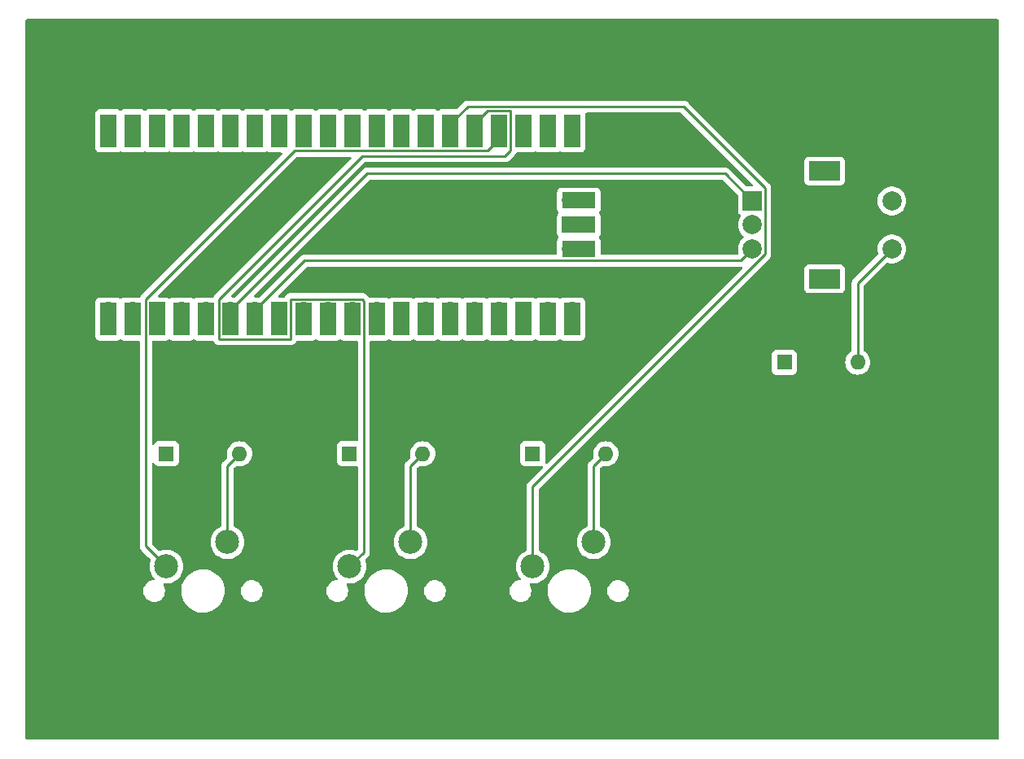
<source format=gbr>
%TF.GenerationSoftware,KiCad,Pcbnew,7.0.9*%
%TF.CreationDate,2024-01-23T15:09:08+05:30*%
%TF.ProjectId,3 Keypad,33204b65-7970-4616-942e-6b696361645f,rev?*%
%TF.SameCoordinates,Original*%
%TF.FileFunction,Copper,L1,Top*%
%TF.FilePolarity,Positive*%
%FSLAX46Y46*%
G04 Gerber Fmt 4.6, Leading zero omitted, Abs format (unit mm)*
G04 Created by KiCad (PCBNEW 7.0.9) date 2024-01-23 15:09:08*
%MOMM*%
%LPD*%
G01*
G04 APERTURE LIST*
%TA.AperFunction,ComponentPad*%
%ADD10R,2.000000X2.000000*%
%TD*%
%TA.AperFunction,ComponentPad*%
%ADD11C,2.000000*%
%TD*%
%TA.AperFunction,ComponentPad*%
%ADD12R,3.200000X2.000000*%
%TD*%
%TA.AperFunction,ComponentPad*%
%ADD13R,1.600000X1.600000*%
%TD*%
%TA.AperFunction,ComponentPad*%
%ADD14O,1.600000X1.600000*%
%TD*%
%TA.AperFunction,ComponentPad*%
%ADD15C,2.500000*%
%TD*%
%TA.AperFunction,ComponentPad*%
%ADD16O,1.700000X1.700000*%
%TD*%
%TA.AperFunction,SMDPad,CuDef*%
%ADD17R,1.700000X3.500000*%
%TD*%
%TA.AperFunction,ComponentPad*%
%ADD18R,1.700000X1.700000*%
%TD*%
%TA.AperFunction,SMDPad,CuDef*%
%ADD19R,3.500000X1.700000*%
%TD*%
%TA.AperFunction,Conductor*%
%ADD20C,0.250000*%
%TD*%
G04 APERTURE END LIST*
D10*
%TO.P,SW1,A,A*%
%TO.N,A(GP4)*%
X193487873Y-66986268D03*
D11*
%TO.P,SW1,B,B*%
%TO.N,B(GP5)*%
X193487873Y-71986268D03*
%TO.P,SW1,C,C*%
%TO.N,C(GND)*%
X193487873Y-69486268D03*
D12*
%TO.P,SW1,MP*%
%TO.N,N/C*%
X200987873Y-63886268D03*
X200987873Y-75086268D03*
D11*
%TO.P,SW1,S1,S1*%
%TO.N,Net-(D4-A)*%
X207987873Y-71986268D03*
%TO.P,SW1,S2,S2*%
%TO.N,Col 3*%
X207987873Y-66986268D03*
%TD*%
D13*
%TO.P,D2,1,K*%
%TO.N,Row 0*%
X151577889Y-93298788D03*
D14*
%TO.P,D2,2,A*%
%TO.N,Net-(D2-A)*%
X159197889Y-93298788D03*
%TD*%
D13*
%TO.P,D1,1,K*%
%TO.N,Row 0*%
X132527873Y-93298788D03*
D14*
%TO.P,D1,2,A*%
%TO.N,Net-(D1-A)*%
X140147873Y-93298788D03*
%TD*%
D13*
%TO.P,D4,1,K*%
%TO.N,Row 0*%
X196821677Y-83773780D03*
D14*
%TO.P,D4,2,A*%
%TO.N,Net-(D4-A)*%
X204441677Y-83773780D03*
%TD*%
D15*
%TO.P,S2,1,1*%
%TO.N,Col 1*%
X151577873Y-105046268D03*
%TO.P,S2,2,2*%
%TO.N,Net-(D2-A)*%
X157927873Y-102506268D03*
%TD*%
%TO.P,S3,1,1*%
%TO.N,Col 2*%
X170627873Y-105046268D03*
%TO.P,S3,2,2*%
%TO.N,Net-(D3-A)*%
X176977873Y-102506268D03*
%TD*%
D16*
%TO.P,U1,1,GPIO0*%
%TO.N,unconnected-(U1-GPIO0-Pad1)*%
X126495373Y-78376268D03*
D17*
X126495373Y-79276268D03*
D16*
%TO.P,U1,2,GPIO1*%
%TO.N,unconnected-(U1-GPIO1-Pad2)*%
X129035373Y-78376268D03*
D17*
X129035373Y-79276268D03*
D18*
%TO.P,U1,3,GND*%
%TO.N,unconnected-(U1-GND-Pad3)*%
X131575373Y-78376268D03*
D17*
X131575373Y-79276268D03*
D16*
%TO.P,U1,4,GPIO2*%
%TO.N,unconnected-(U1-GPIO2-Pad4)*%
X134115373Y-78376268D03*
D17*
X134115373Y-79276268D03*
D16*
%TO.P,U1,5,GPIO3*%
%TO.N,unconnected-(U1-GPIO3-Pad5)*%
X136655373Y-78376268D03*
D17*
X136655373Y-79276268D03*
D16*
%TO.P,U1,6,GPIO4*%
%TO.N,A(GP4)*%
X139195373Y-78376268D03*
D17*
X139195373Y-79276268D03*
D16*
%TO.P,U1,7,GPIO5*%
%TO.N,B(GP5)*%
X141735373Y-78376268D03*
D17*
X141735373Y-79276268D03*
D18*
%TO.P,U1,8,GND*%
%TO.N,C(GND)*%
X144275373Y-78376268D03*
D17*
X144275373Y-79276268D03*
D16*
%TO.P,U1,9,GPIO6*%
%TO.N,unconnected-(U1-GPIO6-Pad9)*%
X146815373Y-78376268D03*
D17*
X146815373Y-79276268D03*
D16*
%TO.P,U1,10,GPIO7*%
%TO.N,unconnected-(U1-GPIO7-Pad10)*%
X149355373Y-78376268D03*
D17*
X149355373Y-79276268D03*
D16*
%TO.P,U1,11,GPIO8*%
%TO.N,unconnected-(U1-GPIO8-Pad11)*%
X151895373Y-78376268D03*
D17*
X151895373Y-79276268D03*
D16*
%TO.P,U1,12,GPIO9*%
%TO.N,unconnected-(U1-GPIO9-Pad12)*%
X154435373Y-78376268D03*
D17*
X154435373Y-79276268D03*
D18*
%TO.P,U1,13,GND*%
%TO.N,unconnected-(U1-GND-Pad13)*%
X156975373Y-78376268D03*
D17*
X156975373Y-79276268D03*
D16*
%TO.P,U1,14,GPIO10*%
%TO.N,unconnected-(U1-GPIO10-Pad14)*%
X159515373Y-78376268D03*
D17*
X159515373Y-79276268D03*
D16*
%TO.P,U1,15,GPIO11*%
%TO.N,unconnected-(U1-GPIO11-Pad15)*%
X162055373Y-78376268D03*
D17*
X162055373Y-79276268D03*
D16*
%TO.P,U1,16,GPIO12*%
%TO.N,unconnected-(U1-GPIO12-Pad16)*%
X164595373Y-78376268D03*
D17*
X164595373Y-79276268D03*
D16*
%TO.P,U1,17,GPIO13*%
%TO.N,unconnected-(U1-GPIO13-Pad17)*%
X167135373Y-78376268D03*
D17*
X167135373Y-79276268D03*
D18*
%TO.P,U1,18,GND*%
%TO.N,unconnected-(U1-GND-Pad18)*%
X169675373Y-78376268D03*
D17*
X169675373Y-79276268D03*
D16*
%TO.P,U1,19,GPIO14*%
%TO.N,unconnected-(U1-GPIO14-Pad19)*%
X172215373Y-78376268D03*
D17*
X172215373Y-79276268D03*
D16*
%TO.P,U1,20,GPIO15*%
%TO.N,unconnected-(U1-GPIO15-Pad20)*%
X174755373Y-78376268D03*
D17*
X174755373Y-79276268D03*
D16*
%TO.P,U1,21,GPIO16*%
%TO.N,Row 0*%
X174755373Y-60596268D03*
D17*
X174755373Y-59696268D03*
D16*
%TO.P,U1,22,GPIO17*%
%TO.N,unconnected-(U1-GPIO17-Pad22)*%
X172215373Y-60596268D03*
D17*
X172215373Y-59696268D03*
D18*
%TO.P,U1,23,GND*%
%TO.N,unconnected-(U1-GND-Pad23)*%
X169675373Y-60596268D03*
D17*
X169675373Y-59696268D03*
D16*
%TO.P,U1,24,GPIO18*%
%TO.N,Col 0*%
X167135373Y-60596268D03*
D17*
X167135373Y-59696268D03*
D16*
%TO.P,U1,25,GPIO19*%
%TO.N,Col 1*%
X164595373Y-60596268D03*
D17*
X164595373Y-59696268D03*
D16*
%TO.P,U1,26,GPIO20*%
%TO.N,Col 2*%
X162055373Y-60596268D03*
D17*
X162055373Y-59696268D03*
D16*
%TO.P,U1,27,GPIO21*%
%TO.N,Col 3*%
X159515373Y-60596268D03*
D17*
X159515373Y-59696268D03*
D18*
%TO.P,U1,28,GND*%
%TO.N,unconnected-(U1-GND-Pad28)*%
X156975373Y-60596268D03*
D17*
X156975373Y-59696268D03*
D16*
%TO.P,U1,29,GPIO22*%
%TO.N,unconnected-(U1-GPIO22-Pad29)*%
X154435373Y-60596268D03*
D17*
X154435373Y-59696268D03*
D16*
%TO.P,U1,30,RUN*%
%TO.N,unconnected-(U1-RUN-Pad30)*%
X151895373Y-60596268D03*
D17*
X151895373Y-59696268D03*
D16*
%TO.P,U1,31,GPIO26_ADC0*%
%TO.N,unconnected-(U1-GPIO26_ADC0-Pad31)*%
X149355373Y-60596268D03*
D17*
X149355373Y-59696268D03*
D16*
%TO.P,U1,32,GPIO27_ADC1*%
%TO.N,unconnected-(U1-GPIO27_ADC1-Pad32)*%
X146815373Y-60596268D03*
D17*
X146815373Y-59696268D03*
D18*
%TO.P,U1,33,AGND*%
%TO.N,unconnected-(U1-AGND-Pad33)*%
X144275373Y-60596268D03*
D17*
X144275373Y-59696268D03*
D16*
%TO.P,U1,34,GPIO28_ADC2*%
%TO.N,unconnected-(U1-GPIO28_ADC2-Pad34)*%
X141735373Y-60596268D03*
D17*
X141735373Y-59696268D03*
D16*
%TO.P,U1,35,ADC_VREF*%
%TO.N,unconnected-(U1-ADC_VREF-Pad35)*%
X139195373Y-60596268D03*
D17*
X139195373Y-59696268D03*
D16*
%TO.P,U1,36,3V3*%
%TO.N,unconnected-(U1-3V3-Pad36)*%
X136655373Y-60596268D03*
D17*
X136655373Y-59696268D03*
D16*
%TO.P,U1,37,3V3_EN*%
%TO.N,unconnected-(U1-3V3_EN-Pad37)*%
X134115373Y-60596268D03*
D17*
X134115373Y-59696268D03*
D18*
%TO.P,U1,38,GND*%
%TO.N,unconnected-(U1-GND-Pad38)*%
X131575373Y-60596268D03*
D17*
X131575373Y-59696268D03*
D16*
%TO.P,U1,39,VSYS*%
%TO.N,unconnected-(U1-VSYS-Pad39)*%
X129035373Y-60596268D03*
D17*
X129035373Y-59696268D03*
D16*
%TO.P,U1,40,VBUS*%
%TO.N,unconnected-(U1-VBUS-Pad40)*%
X126495373Y-60596268D03*
D17*
X126495373Y-59696268D03*
D16*
%TO.P,U1,41,SWCLK*%
%TO.N,unconnected-(U1-SWCLK-Pad41)*%
X174525373Y-72026268D03*
D19*
X175425373Y-72026268D03*
D18*
%TO.P,U1,42,GND*%
%TO.N,unconnected-(U1-GND-Pad42)*%
X174525373Y-69486268D03*
D19*
X175425373Y-69486268D03*
D16*
%TO.P,U1,43,SWDIO*%
%TO.N,unconnected-(U1-SWDIO-Pad43)*%
X174525373Y-66946268D03*
D19*
X175425373Y-66946268D03*
%TD*%
D15*
%TO.P,S1,1,1*%
%TO.N,Col 0*%
X132527873Y-105046268D03*
%TO.P,S1,2,2*%
%TO.N,Net-(D1-A)*%
X138877873Y-102506268D03*
%TD*%
D13*
%TO.P,D3,1,K*%
%TO.N,Row 0*%
X170627905Y-93298788D03*
D14*
%TO.P,D3,2,A*%
%TO.N,Net-(D3-A)*%
X178247905Y-93298788D03*
%TD*%
D20*
%TO.N,Net-(D1-A)*%
X138877873Y-102506268D02*
X138877873Y-94568788D01*
X138877873Y-94568788D02*
X140147873Y-93298788D01*
%TO.N,Net-(D2-A)*%
X157927873Y-102506268D02*
X157927873Y-94568804D01*
X157927873Y-94568804D02*
X159197889Y-93298788D01*
%TO.N,Net-(D3-A)*%
X176977873Y-94568820D02*
X178247905Y-93298788D01*
X176977873Y-102506268D02*
X176977873Y-94568820D01*
%TO.N,Col 0*%
X130400373Y-102918768D02*
X130400373Y-77201268D01*
X130400373Y-77201268D02*
X145830373Y-61771268D01*
X165960373Y-61771268D02*
X167135373Y-60596268D01*
X145830373Y-61771268D02*
X165960373Y-61771268D01*
X132527873Y-105046268D02*
X130400373Y-102918768D01*
%TO.N,Col 1*%
X153070373Y-103553768D02*
X153070373Y-77391268D01*
X168310373Y-57621268D02*
X165960373Y-57621268D01*
X165960373Y-57621268D02*
X164595373Y-58986268D01*
X167739129Y-62342512D02*
X168310373Y-61771268D01*
X164595373Y-58986268D02*
X164595373Y-60596268D01*
X152880373Y-77201268D02*
X145450373Y-77201268D01*
X168310373Y-61771268D02*
X168310373Y-57621268D01*
X145450373Y-77201268D02*
X145450373Y-81351268D01*
X138020373Y-77201268D02*
X152879129Y-62342512D01*
X145450373Y-81351268D02*
X138020373Y-81351268D01*
X153070373Y-77391268D02*
X152880373Y-77201268D01*
X138020373Y-81351268D02*
X138020373Y-77201268D01*
X151577873Y-105046268D02*
X153070373Y-103553768D01*
X152879129Y-62342512D02*
X167739129Y-62342512D01*
%TO.N,Col 2*%
X163870373Y-57171268D02*
X162055373Y-58986268D01*
X170627873Y-96720101D02*
X194812873Y-72535101D01*
X194812873Y-72535101D02*
X194812873Y-65661268D01*
X186322873Y-57171268D02*
X163870373Y-57171268D01*
X162055373Y-58986268D02*
X162055373Y-60596268D01*
X194812873Y-65661268D02*
X186322873Y-57171268D01*
X170627873Y-105046268D02*
X170627873Y-96720101D01*
%TO.N,A(GP4)*%
X190630056Y-64128451D02*
X153443190Y-64128451D01*
X153443190Y-64128451D02*
X139195373Y-78376268D01*
X193487873Y-66986268D02*
X190630056Y-64128451D01*
%TO.N,B(GP5)*%
X146910373Y-73201268D02*
X141735373Y-78376268D01*
X192272873Y-73201268D02*
X146910373Y-73201268D01*
X193487873Y-71986268D02*
X192272873Y-73201268D01*
%TO.N,Net-(D4-A)*%
X204441677Y-75532464D02*
X207987873Y-71986268D01*
X204441677Y-83773780D02*
X204441677Y-75532464D01*
%TD*%
%TA.AperFunction,NonConductor*%
G36*
X219028919Y-48075185D02*
G01*
X219074674Y-48127989D01*
X219085880Y-48179500D01*
X219085880Y-122939937D01*
X219066195Y-123006976D01*
X219013391Y-123052731D01*
X218961880Y-123063937D01*
X118007670Y-123063937D01*
X117940631Y-123044252D01*
X117894876Y-122991448D01*
X117883670Y-122939937D01*
X117883670Y-78376269D01*
X125139714Y-78376269D01*
X125144637Y-78432537D01*
X125144873Y-78437943D01*
X125144873Y-81074138D01*
X125144874Y-81074144D01*
X125151281Y-81133751D01*
X125201575Y-81268596D01*
X125201579Y-81268603D01*
X125287825Y-81383812D01*
X125287828Y-81383815D01*
X125403037Y-81470061D01*
X125403044Y-81470065D01*
X125537890Y-81520359D01*
X125537889Y-81520359D01*
X125544817Y-81521103D01*
X125597500Y-81526768D01*
X127393245Y-81526767D01*
X127452856Y-81520359D01*
X127587704Y-81470064D01*
X127691063Y-81392689D01*
X127756525Y-81368272D01*
X127824798Y-81383123D01*
X127839676Y-81392684D01*
X127943038Y-81470061D01*
X127943041Y-81470063D01*
X127943044Y-81470065D01*
X128077890Y-81520359D01*
X128077889Y-81520359D01*
X128084817Y-81521103D01*
X128137500Y-81526768D01*
X129650873Y-81526767D01*
X129717912Y-81546452D01*
X129763667Y-81599255D01*
X129774873Y-81650767D01*
X129774873Y-102836023D01*
X129773148Y-102851640D01*
X129773434Y-102851667D01*
X129772699Y-102859433D01*
X129774873Y-102928582D01*
X129774873Y-102958111D01*
X129774874Y-102958128D01*
X129775741Y-102964999D01*
X129776199Y-102970818D01*
X129777663Y-103017392D01*
X129777664Y-103017395D01*
X129783253Y-103036635D01*
X129787197Y-103055679D01*
X129789709Y-103075559D01*
X129806863Y-103118887D01*
X129808755Y-103124415D01*
X129821754Y-103169156D01*
X129831953Y-103186402D01*
X129840511Y-103203871D01*
X129847887Y-103222500D01*
X129875271Y-103260191D01*
X129878479Y-103265075D01*
X129902200Y-103305184D01*
X129902206Y-103305192D01*
X129916363Y-103319348D01*
X129929001Y-103334144D01*
X129940778Y-103350354D01*
X129940779Y-103350355D01*
X129976682Y-103380056D01*
X129980993Y-103383978D01*
X130651589Y-104054575D01*
X130870669Y-104273655D01*
X130904154Y-104334978D01*
X130899170Y-104404670D01*
X130898417Y-104406637D01*
X130850452Y-104528853D01*
X130792070Y-104784642D01*
X130792069Y-104784647D01*
X130772465Y-105046263D01*
X130772465Y-105046272D01*
X130792069Y-105307888D01*
X130792070Y-105307893D01*
X130850449Y-105563670D01*
X130850451Y-105563679D01*
X130850453Y-105563684D01*
X130946305Y-105807911D01*
X131077487Y-106035125D01*
X131241068Y-106240249D01*
X131241070Y-106240251D01*
X131241071Y-106240252D01*
X131250442Y-106248947D01*
X131286197Y-106308975D01*
X131283823Y-106378804D01*
X131244073Y-106436265D01*
X131179568Y-106463114D01*
X131177889Y-106463285D01*
X131043912Y-106476078D01*
X131043903Y-106476079D01*
X131043902Y-106476080D01*
X131043900Y-106476080D01*
X131043898Y-106476081D01*
X130837666Y-106536636D01*
X130646609Y-106635132D01*
X130477658Y-106767997D01*
X130477655Y-106768001D01*
X130336894Y-106930446D01*
X130229426Y-107116587D01*
X130159124Y-107319710D01*
X130159123Y-107319712D01*
X130128534Y-107532468D01*
X130128533Y-107532470D01*
X130138760Y-107747169D01*
X130164392Y-107852825D01*
X130189436Y-107956058D01*
X130278727Y-108151578D01*
X130403407Y-108326667D01*
X130403408Y-108326668D01*
X130403413Y-108326674D01*
X130558967Y-108474993D01*
X130558969Y-108474994D01*
X130558970Y-108474995D01*
X130739793Y-108591203D01*
X130939341Y-108671090D01*
X131044871Y-108691429D01*
X131150400Y-108711768D01*
X131150401Y-108711768D01*
X131311485Y-108711768D01*
X131311491Y-108711768D01*
X131471844Y-108696456D01*
X131678082Y-108635899D01*
X131869132Y-108537406D01*
X132038090Y-108404536D01*
X132178849Y-108242092D01*
X132286321Y-108055945D01*
X132356623Y-107852822D01*
X132384110Y-107661641D01*
X134083596Y-107661641D01*
X134113754Y-107961428D01*
X134113755Y-107961430D01*
X134183601Y-108254520D01*
X134183606Y-108254534D01*
X134291893Y-108535695D01*
X134291897Y-108535704D01*
X134436698Y-108799933D01*
X134436702Y-108799939D01*
X134615424Y-109042502D01*
X134615427Y-109042506D01*
X134615434Y-109042513D01*
X134824892Y-109259091D01*
X135061351Y-109445821D01*
X135061353Y-109445822D01*
X135061358Y-109445826D01*
X135320603Y-109599377D01*
X135598001Y-109717004D01*
X135888602Y-109796608D01*
X136187220Y-109836768D01*
X136187224Y-109836768D01*
X136413125Y-109836768D01*
X136577037Y-109825794D01*
X136638507Y-109821680D01*
X136933776Y-109761664D01*
X137218410Y-109662828D01*
X137487332Y-109526936D01*
X137735742Y-109356412D01*
X137959206Y-109154300D01*
X138153738Y-108924207D01*
X138315866Y-108670238D01*
X138442696Y-108396926D01*
X138531966Y-108109147D01*
X138582082Y-107812038D01*
X138591429Y-107532470D01*
X140288533Y-107532470D01*
X140298760Y-107747169D01*
X140324392Y-107852825D01*
X140349436Y-107956058D01*
X140438727Y-108151578D01*
X140563407Y-108326667D01*
X140563408Y-108326668D01*
X140563413Y-108326674D01*
X140718967Y-108474993D01*
X140718969Y-108474994D01*
X140718970Y-108474995D01*
X140899793Y-108591203D01*
X141099341Y-108671090D01*
X141204871Y-108691429D01*
X141310400Y-108711768D01*
X141310401Y-108711768D01*
X141471485Y-108711768D01*
X141471491Y-108711768D01*
X141631844Y-108696456D01*
X141838082Y-108635899D01*
X142029132Y-108537406D01*
X142198090Y-108404536D01*
X142338849Y-108242092D01*
X142446321Y-108055945D01*
X142516623Y-107852822D01*
X142547212Y-107640065D01*
X142536985Y-107425364D01*
X142486310Y-107216478D01*
X142397019Y-107020958D01*
X142272339Y-106845869D01*
X142272337Y-106845867D01*
X142272332Y-106845861D01*
X142116778Y-106697542D01*
X141935953Y-106581333D01*
X141736403Y-106501445D01*
X141525346Y-106460768D01*
X141525345Y-106460768D01*
X141364255Y-106460768D01*
X141203923Y-106476078D01*
X141203902Y-106476080D01*
X141203898Y-106476081D01*
X140997666Y-106536636D01*
X140806609Y-106635132D01*
X140637658Y-106767997D01*
X140637655Y-106768001D01*
X140496894Y-106930446D01*
X140389426Y-107116587D01*
X140319124Y-107319710D01*
X140319123Y-107319712D01*
X140288534Y-107532468D01*
X140288533Y-107532470D01*
X138591429Y-107532470D01*
X138592150Y-107510899D01*
X138561991Y-107211106D01*
X138492142Y-106918007D01*
X138383850Y-106636834D01*
X138239048Y-106372603D01*
X138060319Y-106130030D01*
X137850853Y-105913444D01*
X137727615Y-105816124D01*
X137614394Y-105726714D01*
X137614390Y-105726711D01*
X137614388Y-105726710D01*
X137355143Y-105573159D01*
X137077745Y-105455532D01*
X137077736Y-105455529D01*
X136787145Y-105375928D01*
X136712489Y-105365888D01*
X136488526Y-105335768D01*
X136262629Y-105335768D01*
X136262621Y-105335768D01*
X136037241Y-105350855D01*
X136037232Y-105350857D01*
X135741967Y-105410872D01*
X135457337Y-105509707D01*
X135457332Y-105509709D01*
X135188419Y-105645596D01*
X134939998Y-105816128D01*
X134716538Y-106018237D01*
X134522005Y-106248332D01*
X134359879Y-106502298D01*
X134359878Y-106502300D01*
X134269277Y-106697542D01*
X134233050Y-106775610D01*
X134226487Y-106796767D01*
X134143780Y-107063386D01*
X134134806Y-107116591D01*
X134093664Y-107360498D01*
X134087915Y-107532470D01*
X134083596Y-107661641D01*
X132384110Y-107661641D01*
X132387212Y-107640065D01*
X132376985Y-107425364D01*
X132326310Y-107216478D01*
X132237019Y-107020958D01*
X132208537Y-106980960D01*
X132185684Y-106914933D01*
X132202157Y-106847033D01*
X132252724Y-106798817D01*
X132321331Y-106785594D01*
X132328013Y-106786416D01*
X132396691Y-106796768D01*
X132659055Y-106796768D01*
X132918488Y-106757664D01*
X133169196Y-106680331D01*
X133405577Y-106566496D01*
X133622352Y-106418701D01*
X133814678Y-106240249D01*
X133978259Y-106035125D01*
X134109441Y-105807911D01*
X134205293Y-105563684D01*
X134263675Y-105307898D01*
X134283281Y-105046268D01*
X134263675Y-104784638D01*
X134205293Y-104528852D01*
X134109441Y-104284625D01*
X133978259Y-104057411D01*
X133814678Y-103852287D01*
X133814677Y-103852286D01*
X133814674Y-103852282D01*
X133622352Y-103673835D01*
X133405577Y-103526040D01*
X133405571Y-103526037D01*
X133405570Y-103526036D01*
X133405569Y-103526035D01*
X133172035Y-103413572D01*
X133169198Y-103412206D01*
X133169200Y-103412206D01*
X132918496Y-103334874D01*
X132918492Y-103334873D01*
X132918488Y-103334872D01*
X132793696Y-103316062D01*
X132659060Y-103295768D01*
X132659055Y-103295768D01*
X132396691Y-103295768D01*
X132396685Y-103295768D01*
X132240251Y-103319348D01*
X132137258Y-103334872D01*
X132137255Y-103334873D01*
X132137249Y-103334874D01*
X131886549Y-103412204D01*
X131884449Y-103413029D01*
X131883647Y-103413100D01*
X131882117Y-103413572D01*
X131882015Y-103413244D01*
X131814852Y-103419192D01*
X131752971Y-103386750D01*
X131751474Y-103385278D01*
X131062192Y-102695996D01*
X131028707Y-102634673D01*
X131025873Y-102608315D01*
X131025873Y-102506272D01*
X137122465Y-102506272D01*
X137142069Y-102767888D01*
X137142070Y-102767893D01*
X137200449Y-103023670D01*
X137200451Y-103023679D01*
X137200453Y-103023684D01*
X137296305Y-103267911D01*
X137427487Y-103495125D01*
X137559609Y-103660801D01*
X137591071Y-103700253D01*
X137683341Y-103785866D01*
X137783394Y-103878701D01*
X138000169Y-104026496D01*
X138000174Y-104026498D01*
X138000175Y-104026499D01*
X138000176Y-104026500D01*
X138125716Y-104086956D01*
X138236546Y-104140329D01*
X138236547Y-104140329D01*
X138236550Y-104140331D01*
X138487258Y-104217664D01*
X138746691Y-104256768D01*
X139009055Y-104256768D01*
X139268488Y-104217664D01*
X139519196Y-104140331D01*
X139755577Y-104026496D01*
X139972352Y-103878701D01*
X140164678Y-103700249D01*
X140328259Y-103495125D01*
X140459441Y-103267911D01*
X140555293Y-103023684D01*
X140613675Y-102767898D01*
X140633281Y-102506268D01*
X140613675Y-102244638D01*
X140555293Y-101988852D01*
X140459441Y-101744625D01*
X140328259Y-101517411D01*
X140164678Y-101312287D01*
X140164677Y-101312286D01*
X140164674Y-101312282D01*
X139972352Y-101133835D01*
X139755577Y-100986040D01*
X139755574Y-100986039D01*
X139755572Y-100986037D01*
X139573571Y-100898390D01*
X139521712Y-100851567D01*
X139503373Y-100786670D01*
X139503373Y-94879240D01*
X139523058Y-94812201D01*
X139539692Y-94791559D01*
X139607964Y-94723287D01*
X139733052Y-94598198D01*
X139794373Y-94564715D01*
X139852820Y-94566105D01*
X139921181Y-94584423D01*
X140078653Y-94598200D01*
X140147871Y-94604256D01*
X140147873Y-94604256D01*
X140147875Y-94604256D01*
X140217093Y-94598200D01*
X140374565Y-94584423D01*
X140594369Y-94525527D01*
X140800607Y-94429356D01*
X140987012Y-94298835D01*
X141147920Y-94137927D01*
X141278441Y-93951522D01*
X141374612Y-93745284D01*
X141433508Y-93525480D01*
X141453341Y-93298788D01*
X141433508Y-93072096D01*
X141374612Y-92852292D01*
X141278441Y-92646054D01*
X141147920Y-92459649D01*
X141147918Y-92459646D01*
X140987014Y-92298742D01*
X140800607Y-92168220D01*
X140800605Y-92168219D01*
X140594370Y-92072049D01*
X140594361Y-92072046D01*
X140374570Y-92013154D01*
X140374566Y-92013153D01*
X140374565Y-92013153D01*
X140374564Y-92013152D01*
X140374559Y-92013152D01*
X140147875Y-91993320D01*
X140147871Y-91993320D01*
X139921186Y-92013152D01*
X139921175Y-92013154D01*
X139701384Y-92072046D01*
X139701375Y-92072049D01*
X139495140Y-92168219D01*
X139495138Y-92168220D01*
X139308731Y-92298742D01*
X139147827Y-92459646D01*
X139017305Y-92646053D01*
X139017304Y-92646055D01*
X138921134Y-92852290D01*
X138921131Y-92852299D01*
X138862239Y-93072090D01*
X138862237Y-93072101D01*
X138842405Y-93298786D01*
X138842405Y-93298788D01*
X138862237Y-93525474D01*
X138862238Y-93525479D01*
X138862239Y-93525485D01*
X138880553Y-93593836D01*
X138878890Y-93663685D01*
X138848459Y-93713609D01*
X138494081Y-94067987D01*
X138481824Y-94077808D01*
X138482007Y-94078029D01*
X138475996Y-94083001D01*
X138428645Y-94133424D01*
X138407762Y-94154307D01*
X138407750Y-94154320D01*
X138403494Y-94159805D01*
X138399710Y-94164235D01*
X138367810Y-94198206D01*
X138367809Y-94198208D01*
X138358157Y-94215764D01*
X138347483Y-94232014D01*
X138335202Y-94247849D01*
X138335197Y-94247856D01*
X138316688Y-94290626D01*
X138314118Y-94295872D01*
X138291676Y-94336694D01*
X138286695Y-94356095D01*
X138280394Y-94374498D01*
X138272435Y-94392890D01*
X138272434Y-94392893D01*
X138265144Y-94438915D01*
X138263960Y-94444634D01*
X138252374Y-94489760D01*
X138252373Y-94489770D01*
X138252373Y-94509804D01*
X138250846Y-94529203D01*
X138247936Y-94547578D01*
X138247713Y-94548984D01*
X138247715Y-94549000D01*
X138252098Y-94595371D01*
X138252373Y-94601209D01*
X138252373Y-100786670D01*
X138232688Y-100853709D01*
X138182175Y-100898390D01*
X138000173Y-100986037D01*
X137783393Y-101133835D01*
X137591071Y-101312282D01*
X137427487Y-101517411D01*
X137296305Y-101744624D01*
X137200455Y-101988846D01*
X137200449Y-101988865D01*
X137142070Y-102244642D01*
X137142069Y-102244647D01*
X137122465Y-102506263D01*
X137122465Y-102506272D01*
X131025873Y-102506272D01*
X131025873Y-94336133D01*
X131045558Y-94269094D01*
X131098362Y-94223339D01*
X131167520Y-94213395D01*
X131231076Y-94242420D01*
X131266055Y-94292800D01*
X131284075Y-94341116D01*
X131284079Y-94341123D01*
X131370325Y-94456332D01*
X131370328Y-94456335D01*
X131485537Y-94542581D01*
X131485544Y-94542585D01*
X131620390Y-94592879D01*
X131620389Y-94592879D01*
X131627317Y-94593623D01*
X131680000Y-94599288D01*
X133375745Y-94599287D01*
X133435356Y-94592879D01*
X133570204Y-94542584D01*
X133685419Y-94456334D01*
X133771669Y-94341119D01*
X133821964Y-94206271D01*
X133828373Y-94146661D01*
X133828372Y-92450916D01*
X133821964Y-92391305D01*
X133819659Y-92385126D01*
X133771670Y-92256459D01*
X133771666Y-92256452D01*
X133685420Y-92141243D01*
X133685417Y-92141240D01*
X133570208Y-92054994D01*
X133570201Y-92054990D01*
X133435355Y-92004696D01*
X133435356Y-92004696D01*
X133375756Y-91998289D01*
X133375754Y-91998288D01*
X133375746Y-91998288D01*
X133375737Y-91998288D01*
X131680002Y-91998288D01*
X131679996Y-91998289D01*
X131620389Y-92004696D01*
X131485544Y-92054990D01*
X131485537Y-92054994D01*
X131370328Y-92141240D01*
X131370325Y-92141243D01*
X131284079Y-92256452D01*
X131284075Y-92256459D01*
X131266055Y-92304775D01*
X131224184Y-92360709D01*
X131158719Y-92385126D01*
X131090446Y-92370274D01*
X131041041Y-92320869D01*
X131025873Y-92261442D01*
X131025873Y-81650767D01*
X131045558Y-81583728D01*
X131098362Y-81537973D01*
X131149873Y-81526767D01*
X132473244Y-81526767D01*
X132473245Y-81526767D01*
X132532856Y-81520359D01*
X132667704Y-81470064D01*
X132771063Y-81392689D01*
X132836525Y-81368272D01*
X132904798Y-81383123D01*
X132919676Y-81392684D01*
X133023038Y-81470061D01*
X133023041Y-81470063D01*
X133023044Y-81470065D01*
X133157890Y-81520359D01*
X133157889Y-81520359D01*
X133164817Y-81521103D01*
X133217500Y-81526768D01*
X135013245Y-81526767D01*
X135072856Y-81520359D01*
X135207704Y-81470064D01*
X135311063Y-81392689D01*
X135376525Y-81368272D01*
X135444798Y-81383123D01*
X135459676Y-81392684D01*
X135563038Y-81470061D01*
X135563041Y-81470063D01*
X135563044Y-81470065D01*
X135697890Y-81520359D01*
X135697889Y-81520359D01*
X135704817Y-81521103D01*
X135757500Y-81526768D01*
X137329615Y-81526767D01*
X137396654Y-81546452D01*
X137442409Y-81599255D01*
X137447543Y-81612440D01*
X137449904Y-81619707D01*
X137454280Y-81626601D01*
X137464876Y-81647397D01*
X137467884Y-81654994D01*
X137467886Y-81654999D01*
X137501638Y-81701455D01*
X137503828Y-81704677D01*
X137534586Y-81753144D01*
X137540537Y-81758732D01*
X137555977Y-81776246D01*
X137560776Y-81782853D01*
X137605020Y-81819455D01*
X137607940Y-81822029D01*
X137649791Y-81861330D01*
X137656951Y-81865266D01*
X137676252Y-81878382D01*
X137682550Y-81883592D01*
X137682551Y-81883592D01*
X137682552Y-81883593D01*
X137734498Y-81908037D01*
X137737965Y-81909803D01*
X137747880Y-81915254D01*
X137788276Y-81937463D01*
X137788278Y-81937463D01*
X137788281Y-81937465D01*
X137793578Y-81938824D01*
X137796187Y-81939495D01*
X137818150Y-81947401D01*
X137825547Y-81950882D01*
X137881949Y-81961641D01*
X137885735Y-81962487D01*
X137941354Y-81976768D01*
X137949526Y-81976768D01*
X137972758Y-81978964D01*
X137974362Y-81979269D01*
X137980785Y-81980495D01*
X138038097Y-81976889D01*
X138041970Y-81976768D01*
X145379526Y-81976768D01*
X145402758Y-81978964D01*
X145404362Y-81979269D01*
X145410785Y-81980495D01*
X145468097Y-81976889D01*
X145471970Y-81976768D01*
X145489715Y-81976768D01*
X145489723Y-81976768D01*
X145507363Y-81974539D01*
X145511180Y-81974178D01*
X145568511Y-81970572D01*
X145576278Y-81968048D01*
X145599053Y-81962956D01*
X145607165Y-81961932D01*
X145660568Y-81940787D01*
X145664208Y-81939477D01*
X145718814Y-81921735D01*
X145725710Y-81917358D01*
X145746506Y-81906762D01*
X145754105Y-81903754D01*
X145800564Y-81869998D01*
X145803763Y-81867823D01*
X145852250Y-81837054D01*
X145857839Y-81831101D01*
X145875352Y-81815662D01*
X145881960Y-81810862D01*
X145918563Y-81766615D01*
X145921109Y-81763725D01*
X145960435Y-81721850D01*
X145964371Y-81714689D01*
X145977492Y-81695382D01*
X145982697Y-81689091D01*
X145998739Y-81654999D01*
X146007142Y-81637142D01*
X146008901Y-81633687D01*
X146032355Y-81591027D01*
X146081903Y-81541764D01*
X146141016Y-81526767D01*
X147713244Y-81526767D01*
X147713245Y-81526767D01*
X147772856Y-81520359D01*
X147907704Y-81470064D01*
X148011063Y-81392689D01*
X148076525Y-81368272D01*
X148144798Y-81383123D01*
X148159676Y-81392684D01*
X148263038Y-81470061D01*
X148263041Y-81470063D01*
X148263044Y-81470065D01*
X148397890Y-81520359D01*
X148397889Y-81520359D01*
X148404817Y-81521103D01*
X148457500Y-81526768D01*
X150253245Y-81526767D01*
X150312856Y-81520359D01*
X150447704Y-81470064D01*
X150551063Y-81392689D01*
X150616525Y-81368272D01*
X150684798Y-81383123D01*
X150699676Y-81392684D01*
X150803038Y-81470061D01*
X150803041Y-81470063D01*
X150803044Y-81470065D01*
X150937890Y-81520359D01*
X150937889Y-81520359D01*
X150944817Y-81521103D01*
X150997500Y-81526768D01*
X152320873Y-81526767D01*
X152387912Y-81546452D01*
X152433667Y-81599255D01*
X152444873Y-81650767D01*
X152444873Y-91874288D01*
X152425188Y-91941327D01*
X152372384Y-91987082D01*
X152320873Y-91998288D01*
X150730018Y-91998288D01*
X150730012Y-91998289D01*
X150670405Y-92004696D01*
X150535560Y-92054990D01*
X150535553Y-92054994D01*
X150420344Y-92141240D01*
X150420341Y-92141243D01*
X150334095Y-92256452D01*
X150334091Y-92256459D01*
X150283797Y-92391305D01*
X150277390Y-92450904D01*
X150277390Y-92450911D01*
X150277389Y-92450923D01*
X150277389Y-94146658D01*
X150277390Y-94146664D01*
X150283797Y-94206271D01*
X150334091Y-94341116D01*
X150334095Y-94341123D01*
X150420341Y-94456332D01*
X150420344Y-94456335D01*
X150535553Y-94542581D01*
X150535560Y-94542585D01*
X150670406Y-94592879D01*
X150670405Y-94592879D01*
X150677333Y-94593623D01*
X150730016Y-94599288D01*
X152320873Y-94599287D01*
X152387912Y-94618972D01*
X152433667Y-94671775D01*
X152444873Y-94723287D01*
X152444873Y-103243315D01*
X152425188Y-103310354D01*
X152408553Y-103330997D01*
X152354269Y-103385280D01*
X152292946Y-103418764D01*
X152223254Y-103413779D01*
X152221283Y-103413025D01*
X152219193Y-103412204D01*
X151968496Y-103334874D01*
X151968492Y-103334873D01*
X151968488Y-103334872D01*
X151843696Y-103316062D01*
X151709060Y-103295768D01*
X151709055Y-103295768D01*
X151446691Y-103295768D01*
X151446685Y-103295768D01*
X151290251Y-103319348D01*
X151187258Y-103334872D01*
X151187255Y-103334873D01*
X151187249Y-103334874D01*
X150936546Y-103412206D01*
X150700176Y-103526035D01*
X150700175Y-103526036D01*
X150483393Y-103673835D01*
X150291071Y-103852282D01*
X150127487Y-104057411D01*
X149996305Y-104284624D01*
X149900455Y-104528846D01*
X149900449Y-104528865D01*
X149842070Y-104784642D01*
X149842069Y-104784647D01*
X149822465Y-105046263D01*
X149822465Y-105046272D01*
X149842069Y-105307888D01*
X149842070Y-105307893D01*
X149900449Y-105563670D01*
X149900451Y-105563679D01*
X149900453Y-105563684D01*
X149996305Y-105807911D01*
X150127487Y-106035125D01*
X150291068Y-106240249D01*
X150291070Y-106240251D01*
X150291071Y-106240252D01*
X150300442Y-106248947D01*
X150336197Y-106308975D01*
X150333823Y-106378804D01*
X150294073Y-106436265D01*
X150229568Y-106463114D01*
X150227889Y-106463285D01*
X150093912Y-106476078D01*
X150093903Y-106476079D01*
X150093902Y-106476080D01*
X150093900Y-106476080D01*
X150093898Y-106476081D01*
X149887666Y-106536636D01*
X149696609Y-106635132D01*
X149527658Y-106767997D01*
X149527655Y-106768001D01*
X149386894Y-106930446D01*
X149279426Y-107116587D01*
X149209124Y-107319710D01*
X149209123Y-107319712D01*
X149178534Y-107532468D01*
X149178533Y-107532470D01*
X149188760Y-107747169D01*
X149214392Y-107852825D01*
X149239436Y-107956058D01*
X149328727Y-108151578D01*
X149453407Y-108326667D01*
X149453408Y-108326668D01*
X149453413Y-108326674D01*
X149608967Y-108474993D01*
X149608969Y-108474994D01*
X149608970Y-108474995D01*
X149789793Y-108591203D01*
X149989341Y-108671090D01*
X150094871Y-108691429D01*
X150200400Y-108711768D01*
X150200401Y-108711768D01*
X150361485Y-108711768D01*
X150361491Y-108711768D01*
X150521844Y-108696456D01*
X150728082Y-108635899D01*
X150919132Y-108537406D01*
X151088090Y-108404536D01*
X151228849Y-108242092D01*
X151336321Y-108055945D01*
X151406623Y-107852822D01*
X151434110Y-107661641D01*
X153133596Y-107661641D01*
X153163754Y-107961428D01*
X153163755Y-107961430D01*
X153233601Y-108254520D01*
X153233606Y-108254534D01*
X153341893Y-108535695D01*
X153341897Y-108535704D01*
X153486698Y-108799933D01*
X153486702Y-108799939D01*
X153665424Y-109042502D01*
X153665427Y-109042506D01*
X153665434Y-109042513D01*
X153874892Y-109259091D01*
X154111351Y-109445821D01*
X154111353Y-109445822D01*
X154111358Y-109445826D01*
X154370603Y-109599377D01*
X154648001Y-109717004D01*
X154938602Y-109796608D01*
X155237220Y-109836768D01*
X155237224Y-109836768D01*
X155463125Y-109836768D01*
X155627037Y-109825794D01*
X155688507Y-109821680D01*
X155983776Y-109761664D01*
X156268410Y-109662828D01*
X156537332Y-109526936D01*
X156785742Y-109356412D01*
X157009206Y-109154300D01*
X157203738Y-108924207D01*
X157365866Y-108670238D01*
X157492696Y-108396926D01*
X157581966Y-108109147D01*
X157632082Y-107812038D01*
X157641429Y-107532470D01*
X159338533Y-107532470D01*
X159348760Y-107747169D01*
X159374392Y-107852825D01*
X159399436Y-107956058D01*
X159488727Y-108151578D01*
X159613407Y-108326667D01*
X159613408Y-108326668D01*
X159613413Y-108326674D01*
X159768967Y-108474993D01*
X159768969Y-108474994D01*
X159768970Y-108474995D01*
X159949793Y-108591203D01*
X160149341Y-108671090D01*
X160254871Y-108691429D01*
X160360400Y-108711768D01*
X160360401Y-108711768D01*
X160521485Y-108711768D01*
X160521491Y-108711768D01*
X160681844Y-108696456D01*
X160888082Y-108635899D01*
X161079132Y-108537406D01*
X161248090Y-108404536D01*
X161388849Y-108242092D01*
X161496321Y-108055945D01*
X161566623Y-107852822D01*
X161597212Y-107640065D01*
X161586985Y-107425364D01*
X161536310Y-107216478D01*
X161447019Y-107020958D01*
X161322339Y-106845869D01*
X161322337Y-106845867D01*
X161322332Y-106845861D01*
X161166778Y-106697542D01*
X160985953Y-106581333D01*
X160786403Y-106501445D01*
X160575346Y-106460768D01*
X160575345Y-106460768D01*
X160414255Y-106460768D01*
X160253923Y-106476078D01*
X160253902Y-106476080D01*
X160253898Y-106476081D01*
X160047666Y-106536636D01*
X159856609Y-106635132D01*
X159687658Y-106767997D01*
X159687655Y-106768001D01*
X159546894Y-106930446D01*
X159439426Y-107116587D01*
X159369124Y-107319710D01*
X159369123Y-107319712D01*
X159338534Y-107532468D01*
X159338533Y-107532470D01*
X157641429Y-107532470D01*
X157642150Y-107510899D01*
X157611991Y-107211106D01*
X157542142Y-106918007D01*
X157433850Y-106636834D01*
X157289048Y-106372603D01*
X157110319Y-106130030D01*
X156900853Y-105913444D01*
X156777615Y-105816124D01*
X156664394Y-105726714D01*
X156664390Y-105726711D01*
X156664388Y-105726710D01*
X156405143Y-105573159D01*
X156127745Y-105455532D01*
X156127736Y-105455529D01*
X155837145Y-105375928D01*
X155762489Y-105365888D01*
X155538526Y-105335768D01*
X155312629Y-105335768D01*
X155312621Y-105335768D01*
X155087241Y-105350855D01*
X155087232Y-105350857D01*
X154791967Y-105410872D01*
X154507337Y-105509707D01*
X154507332Y-105509709D01*
X154238419Y-105645596D01*
X153989998Y-105816128D01*
X153766538Y-106018237D01*
X153572005Y-106248332D01*
X153409879Y-106502298D01*
X153409878Y-106502300D01*
X153319277Y-106697542D01*
X153283050Y-106775610D01*
X153276487Y-106796767D01*
X153193780Y-107063386D01*
X153184806Y-107116591D01*
X153143664Y-107360498D01*
X153137915Y-107532470D01*
X153133596Y-107661641D01*
X151434110Y-107661641D01*
X151437212Y-107640065D01*
X151426985Y-107425364D01*
X151376310Y-107216478D01*
X151287019Y-107020958D01*
X151258537Y-106980960D01*
X151235684Y-106914933D01*
X151252157Y-106847033D01*
X151302724Y-106798817D01*
X151371331Y-106785594D01*
X151378013Y-106786416D01*
X151446691Y-106796768D01*
X151709055Y-106796768D01*
X151968488Y-106757664D01*
X152219196Y-106680331D01*
X152455577Y-106566496D01*
X152672352Y-106418701D01*
X152864678Y-106240249D01*
X153028259Y-106035125D01*
X153159441Y-105807911D01*
X153255293Y-105563684D01*
X153313675Y-105307898D01*
X153333281Y-105046268D01*
X153313675Y-104784638D01*
X153255293Y-104528852D01*
X153207326Y-104406637D01*
X153201158Y-104337042D01*
X153233595Y-104275158D01*
X153235012Y-104273717D01*
X153454159Y-104054570D01*
X153466421Y-104044748D01*
X153466238Y-104044527D01*
X153472240Y-104039560D01*
X153472250Y-104039554D01*
X153519614Y-103989116D01*
X153540493Y-103968238D01*
X153544746Y-103962754D01*
X153548523Y-103958331D01*
X153580435Y-103924350D01*
X153590087Y-103906791D01*
X153600762Y-103890540D01*
X153613047Y-103874704D01*
X153631559Y-103831920D01*
X153634115Y-103826703D01*
X153656570Y-103785860D01*
X153661553Y-103766448D01*
X153667850Y-103748059D01*
X153675811Y-103729663D01*
X153683102Y-103683621D01*
X153684281Y-103677930D01*
X153695873Y-103632787D01*
X153695873Y-103612751D01*
X153697400Y-103593350D01*
X153700533Y-103573572D01*
X153696148Y-103527183D01*
X153695873Y-103521345D01*
X153695873Y-102506272D01*
X156172465Y-102506272D01*
X156192069Y-102767888D01*
X156192070Y-102767893D01*
X156250449Y-103023670D01*
X156250451Y-103023679D01*
X156250453Y-103023684D01*
X156346305Y-103267911D01*
X156477487Y-103495125D01*
X156609609Y-103660801D01*
X156641071Y-103700253D01*
X156733341Y-103785866D01*
X156833394Y-103878701D01*
X157050169Y-104026496D01*
X157050174Y-104026498D01*
X157050175Y-104026499D01*
X157050176Y-104026500D01*
X157175716Y-104086956D01*
X157286546Y-104140329D01*
X157286547Y-104140329D01*
X157286550Y-104140331D01*
X157537258Y-104217664D01*
X157796691Y-104256768D01*
X158059055Y-104256768D01*
X158318488Y-104217664D01*
X158569196Y-104140331D01*
X158805577Y-104026496D01*
X159022352Y-103878701D01*
X159214678Y-103700249D01*
X159378259Y-103495125D01*
X159509441Y-103267911D01*
X159605293Y-103023684D01*
X159663675Y-102767898D01*
X159683281Y-102506268D01*
X159663675Y-102244638D01*
X159605293Y-101988852D01*
X159509441Y-101744625D01*
X159378259Y-101517411D01*
X159214678Y-101312287D01*
X159214677Y-101312286D01*
X159214674Y-101312282D01*
X159022352Y-101133835D01*
X158805577Y-100986040D01*
X158805574Y-100986039D01*
X158805572Y-100986037D01*
X158623571Y-100898390D01*
X158571712Y-100851567D01*
X158553373Y-100786670D01*
X158553373Y-94879256D01*
X158573058Y-94812217D01*
X158589692Y-94791575D01*
X158657980Y-94723287D01*
X158783068Y-94598198D01*
X158844389Y-94564715D01*
X158902836Y-94566105D01*
X158971197Y-94584423D01*
X159128669Y-94598200D01*
X159197887Y-94604256D01*
X159197889Y-94604256D01*
X159197891Y-94604256D01*
X159267109Y-94598200D01*
X159424581Y-94584423D01*
X159644385Y-94525527D01*
X159850623Y-94429356D01*
X160037028Y-94298835D01*
X160197936Y-94137927D01*
X160328457Y-93951522D01*
X160424628Y-93745284D01*
X160483524Y-93525480D01*
X160503357Y-93298788D01*
X160483524Y-93072096D01*
X160424628Y-92852292D01*
X160328457Y-92646054D01*
X160197936Y-92459649D01*
X160197934Y-92459646D01*
X160037030Y-92298742D01*
X159850623Y-92168220D01*
X159850621Y-92168219D01*
X159644386Y-92072049D01*
X159644377Y-92072046D01*
X159424586Y-92013154D01*
X159424582Y-92013153D01*
X159424581Y-92013153D01*
X159424580Y-92013152D01*
X159424575Y-92013152D01*
X159197891Y-91993320D01*
X159197887Y-91993320D01*
X158971202Y-92013152D01*
X158971191Y-92013154D01*
X158751400Y-92072046D01*
X158751391Y-92072049D01*
X158545156Y-92168219D01*
X158545154Y-92168220D01*
X158358747Y-92298742D01*
X158197843Y-92459646D01*
X158067321Y-92646053D01*
X158067320Y-92646055D01*
X157971150Y-92852290D01*
X157971147Y-92852299D01*
X157912255Y-93072090D01*
X157912253Y-93072101D01*
X157892421Y-93298786D01*
X157892421Y-93298788D01*
X157912253Y-93525474D01*
X157912254Y-93525479D01*
X157912255Y-93525485D01*
X157930569Y-93593836D01*
X157928906Y-93663685D01*
X157898475Y-93713609D01*
X157544081Y-94068003D01*
X157531824Y-94077824D01*
X157532007Y-94078045D01*
X157525996Y-94083017D01*
X157478645Y-94133440D01*
X157457762Y-94154323D01*
X157457750Y-94154336D01*
X157453494Y-94159821D01*
X157449710Y-94164251D01*
X157417810Y-94198222D01*
X157417809Y-94198224D01*
X157408157Y-94215780D01*
X157397483Y-94232030D01*
X157385202Y-94247865D01*
X157385197Y-94247872D01*
X157366688Y-94290642D01*
X157364118Y-94295888D01*
X157341676Y-94336710D01*
X157336695Y-94356111D01*
X157330394Y-94374514D01*
X157322435Y-94392906D01*
X157322434Y-94392909D01*
X157315144Y-94438931D01*
X157313960Y-94444650D01*
X157302374Y-94489776D01*
X157302373Y-94489786D01*
X157302373Y-94509820D01*
X157300846Y-94529219D01*
X157297716Y-94548984D01*
X157297713Y-94549000D01*
X157297715Y-94549016D01*
X157302098Y-94595387D01*
X157302373Y-94601225D01*
X157302373Y-100786670D01*
X157282688Y-100853709D01*
X157232175Y-100898390D01*
X157050173Y-100986037D01*
X156833393Y-101133835D01*
X156641071Y-101312282D01*
X156477487Y-101517411D01*
X156346305Y-101744624D01*
X156250455Y-101988846D01*
X156250449Y-101988865D01*
X156192070Y-102244642D01*
X156192069Y-102244647D01*
X156172465Y-102506263D01*
X156172465Y-102506272D01*
X153695873Y-102506272D01*
X153695873Y-81650767D01*
X153715558Y-81583728D01*
X153768362Y-81537973D01*
X153819873Y-81526767D01*
X155333244Y-81526767D01*
X155333245Y-81526767D01*
X155392856Y-81520359D01*
X155527704Y-81470064D01*
X155631063Y-81392689D01*
X155696525Y-81368272D01*
X155764798Y-81383123D01*
X155779676Y-81392684D01*
X155883038Y-81470061D01*
X155883041Y-81470063D01*
X155883044Y-81470065D01*
X156017890Y-81520359D01*
X156017889Y-81520359D01*
X156024817Y-81521103D01*
X156077500Y-81526768D01*
X157873245Y-81526767D01*
X157932856Y-81520359D01*
X158067704Y-81470064D01*
X158171063Y-81392689D01*
X158236525Y-81368272D01*
X158304798Y-81383123D01*
X158319676Y-81392684D01*
X158423038Y-81470061D01*
X158423041Y-81470063D01*
X158423044Y-81470065D01*
X158557890Y-81520359D01*
X158557889Y-81520359D01*
X158564817Y-81521103D01*
X158617500Y-81526768D01*
X160413245Y-81526767D01*
X160472856Y-81520359D01*
X160607704Y-81470064D01*
X160711063Y-81392689D01*
X160776525Y-81368272D01*
X160844798Y-81383123D01*
X160859676Y-81392684D01*
X160963038Y-81470061D01*
X160963041Y-81470063D01*
X160963044Y-81470065D01*
X161097890Y-81520359D01*
X161097889Y-81520359D01*
X161104817Y-81521103D01*
X161157500Y-81526768D01*
X162953245Y-81526767D01*
X163012856Y-81520359D01*
X163147704Y-81470064D01*
X163251063Y-81392689D01*
X163316525Y-81368272D01*
X163384798Y-81383123D01*
X163399676Y-81392684D01*
X163503038Y-81470061D01*
X163503041Y-81470063D01*
X163503044Y-81470065D01*
X163637890Y-81520359D01*
X163637889Y-81520359D01*
X163644817Y-81521103D01*
X163697500Y-81526768D01*
X165493245Y-81526767D01*
X165552856Y-81520359D01*
X165687704Y-81470064D01*
X165791063Y-81392689D01*
X165856525Y-81368272D01*
X165924798Y-81383123D01*
X165939676Y-81392684D01*
X166043038Y-81470061D01*
X166043041Y-81470063D01*
X166043044Y-81470065D01*
X166177890Y-81520359D01*
X166177889Y-81520359D01*
X166184817Y-81521103D01*
X166237500Y-81526768D01*
X168033245Y-81526767D01*
X168092856Y-81520359D01*
X168227704Y-81470064D01*
X168331063Y-81392689D01*
X168396525Y-81368272D01*
X168464798Y-81383123D01*
X168479676Y-81392684D01*
X168583038Y-81470061D01*
X168583041Y-81470063D01*
X168583044Y-81470065D01*
X168717890Y-81520359D01*
X168717889Y-81520359D01*
X168724817Y-81521103D01*
X168777500Y-81526768D01*
X170573245Y-81526767D01*
X170632856Y-81520359D01*
X170767704Y-81470064D01*
X170871063Y-81392689D01*
X170936525Y-81368272D01*
X171004798Y-81383123D01*
X171019676Y-81392684D01*
X171123038Y-81470061D01*
X171123041Y-81470063D01*
X171123044Y-81470065D01*
X171257890Y-81520359D01*
X171257889Y-81520359D01*
X171264817Y-81521103D01*
X171317500Y-81526768D01*
X173113245Y-81526767D01*
X173172856Y-81520359D01*
X173307704Y-81470064D01*
X173411063Y-81392689D01*
X173476525Y-81368272D01*
X173544798Y-81383123D01*
X173559676Y-81392684D01*
X173663038Y-81470061D01*
X173663041Y-81470063D01*
X173663044Y-81470065D01*
X173797890Y-81520359D01*
X173797889Y-81520359D01*
X173804817Y-81521103D01*
X173857500Y-81526768D01*
X175653245Y-81526767D01*
X175712856Y-81520359D01*
X175847704Y-81470064D01*
X175962919Y-81383814D01*
X176049169Y-81268599D01*
X176099464Y-81133751D01*
X176105873Y-81074141D01*
X176105872Y-78437943D01*
X176106108Y-78432542D01*
X176106109Y-78432537D01*
X176111032Y-78376268D01*
X176106107Y-78319988D01*
X176105872Y-78314584D01*
X176105872Y-77478397D01*
X176105871Y-77478391D01*
X176105870Y-77478384D01*
X176099464Y-77418785D01*
X176049169Y-77283937D01*
X176049168Y-77283936D01*
X176049166Y-77283932D01*
X175962920Y-77168723D01*
X175962917Y-77168720D01*
X175847708Y-77082474D01*
X175847701Y-77082470D01*
X175712855Y-77032176D01*
X175712856Y-77032176D01*
X175653256Y-77025769D01*
X175653254Y-77025768D01*
X175653246Y-77025768D01*
X175653238Y-77025768D01*
X174817050Y-77025768D01*
X174811648Y-77025532D01*
X174781222Y-77022870D01*
X174755375Y-77020609D01*
X174755372Y-77020609D01*
X174738123Y-77022117D01*
X174699095Y-77025532D01*
X174693695Y-77025768D01*
X173857502Y-77025768D01*
X173857496Y-77025769D01*
X173797889Y-77032176D01*
X173663044Y-77082470D01*
X173663042Y-77082471D01*
X173559684Y-77159846D01*
X173494220Y-77184263D01*
X173425947Y-77169412D01*
X173411062Y-77159846D01*
X173307703Y-77082471D01*
X173307701Y-77082470D01*
X173172855Y-77032176D01*
X173172856Y-77032176D01*
X173113256Y-77025769D01*
X173113254Y-77025768D01*
X173113246Y-77025768D01*
X173113238Y-77025768D01*
X172277050Y-77025768D01*
X172271648Y-77025532D01*
X172241222Y-77022870D01*
X172215375Y-77020609D01*
X172215372Y-77020609D01*
X172198123Y-77022117D01*
X172159095Y-77025532D01*
X172153695Y-77025768D01*
X171317502Y-77025768D01*
X171317496Y-77025769D01*
X171257889Y-77032176D01*
X171123044Y-77082470D01*
X171123042Y-77082471D01*
X171019684Y-77159846D01*
X170954220Y-77184263D01*
X170885947Y-77169412D01*
X170871062Y-77159846D01*
X170767703Y-77082471D01*
X170767701Y-77082470D01*
X170632855Y-77032176D01*
X170632856Y-77032176D01*
X170573256Y-77025769D01*
X170573254Y-77025768D01*
X170573246Y-77025768D01*
X170573237Y-77025768D01*
X168777502Y-77025768D01*
X168777496Y-77025769D01*
X168717889Y-77032176D01*
X168583044Y-77082470D01*
X168583042Y-77082471D01*
X168479684Y-77159846D01*
X168414220Y-77184263D01*
X168345947Y-77169412D01*
X168331062Y-77159846D01*
X168227703Y-77082471D01*
X168227701Y-77082470D01*
X168092855Y-77032176D01*
X168092856Y-77032176D01*
X168033256Y-77025769D01*
X168033254Y-77025768D01*
X168033246Y-77025768D01*
X168033238Y-77025768D01*
X167197050Y-77025768D01*
X167191648Y-77025532D01*
X167161222Y-77022870D01*
X167135375Y-77020609D01*
X167135372Y-77020609D01*
X167118123Y-77022117D01*
X167079095Y-77025532D01*
X167073695Y-77025768D01*
X166237502Y-77025768D01*
X166237496Y-77025769D01*
X166177889Y-77032176D01*
X166043044Y-77082470D01*
X166043042Y-77082471D01*
X165939684Y-77159846D01*
X165874220Y-77184263D01*
X165805947Y-77169412D01*
X165791062Y-77159846D01*
X165687703Y-77082471D01*
X165687701Y-77082470D01*
X165552855Y-77032176D01*
X165552856Y-77032176D01*
X165493256Y-77025769D01*
X165493254Y-77025768D01*
X165493246Y-77025768D01*
X165493238Y-77025768D01*
X164657050Y-77025768D01*
X164651648Y-77025532D01*
X164621222Y-77022870D01*
X164595375Y-77020609D01*
X164595372Y-77020609D01*
X164578123Y-77022117D01*
X164539095Y-77025532D01*
X164533695Y-77025768D01*
X163697502Y-77025768D01*
X163697496Y-77025769D01*
X163637889Y-77032176D01*
X163503044Y-77082470D01*
X163503042Y-77082471D01*
X163399684Y-77159846D01*
X163334220Y-77184263D01*
X163265947Y-77169412D01*
X163251062Y-77159846D01*
X163147703Y-77082471D01*
X163147701Y-77082470D01*
X163012855Y-77032176D01*
X163012856Y-77032176D01*
X162953256Y-77025769D01*
X162953254Y-77025768D01*
X162953246Y-77025768D01*
X162953238Y-77025768D01*
X162117050Y-77025768D01*
X162111648Y-77025532D01*
X162081222Y-77022870D01*
X162055375Y-77020609D01*
X162055372Y-77020609D01*
X162038123Y-77022117D01*
X161999095Y-77025532D01*
X161993695Y-77025768D01*
X161157502Y-77025768D01*
X161157496Y-77025769D01*
X161097889Y-77032176D01*
X160963044Y-77082470D01*
X160963042Y-77082471D01*
X160859684Y-77159846D01*
X160794220Y-77184263D01*
X160725947Y-77169412D01*
X160711062Y-77159846D01*
X160607703Y-77082471D01*
X160607701Y-77082470D01*
X160472855Y-77032176D01*
X160472856Y-77032176D01*
X160413256Y-77025769D01*
X160413254Y-77025768D01*
X160413246Y-77025768D01*
X160413238Y-77025768D01*
X159577050Y-77025768D01*
X159571648Y-77025532D01*
X159541222Y-77022870D01*
X159515375Y-77020609D01*
X159515372Y-77020609D01*
X159498123Y-77022117D01*
X159459095Y-77025532D01*
X159453695Y-77025768D01*
X158617502Y-77025768D01*
X158617496Y-77025769D01*
X158557889Y-77032176D01*
X158423044Y-77082470D01*
X158423042Y-77082471D01*
X158319684Y-77159846D01*
X158254220Y-77184263D01*
X158185947Y-77169412D01*
X158171062Y-77159846D01*
X158067703Y-77082471D01*
X158067701Y-77082470D01*
X157932855Y-77032176D01*
X157932856Y-77032176D01*
X157873256Y-77025769D01*
X157873254Y-77025768D01*
X157873246Y-77025768D01*
X157873237Y-77025768D01*
X156077502Y-77025768D01*
X156077496Y-77025769D01*
X156017889Y-77032176D01*
X155883044Y-77082470D01*
X155883042Y-77082471D01*
X155779684Y-77159846D01*
X155714220Y-77184263D01*
X155645947Y-77169412D01*
X155631062Y-77159846D01*
X155527703Y-77082471D01*
X155527701Y-77082470D01*
X155392855Y-77032176D01*
X155392856Y-77032176D01*
X155333256Y-77025769D01*
X155333254Y-77025768D01*
X155333246Y-77025768D01*
X155333238Y-77025768D01*
X154497050Y-77025768D01*
X154491648Y-77025532D01*
X154461222Y-77022870D01*
X154435375Y-77020609D01*
X154435372Y-77020609D01*
X154418123Y-77022117D01*
X154379095Y-77025532D01*
X154373695Y-77025768D01*
X153641163Y-77025768D01*
X153574124Y-77006083D01*
X153540843Y-76974651D01*
X153536865Y-76969176D01*
X153529967Y-76959681D01*
X153494068Y-76929983D01*
X153489746Y-76926050D01*
X153381173Y-76817477D01*
X153371353Y-76805220D01*
X153371133Y-76805403D01*
X153366161Y-76799393D01*
X153315735Y-76752039D01*
X153294849Y-76731152D01*
X153289359Y-76726893D01*
X153284934Y-76723115D01*
X153250955Y-76691206D01*
X153250953Y-76691204D01*
X153250950Y-76691203D01*
X153233402Y-76681556D01*
X153217136Y-76670872D01*
X153201306Y-76658593D01*
X153158541Y-76640086D01*
X153153295Y-76637516D01*
X153112466Y-76615071D01*
X153112465Y-76615070D01*
X153093066Y-76610090D01*
X153074654Y-76603786D01*
X153056271Y-76595830D01*
X153056265Y-76595828D01*
X153010247Y-76588540D01*
X153004525Y-76587355D01*
X152959394Y-76575768D01*
X152959392Y-76575768D01*
X152939357Y-76575768D01*
X152919959Y-76574241D01*
X152906068Y-76572041D01*
X152900178Y-76571108D01*
X152900177Y-76571108D01*
X152853789Y-76575493D01*
X152847951Y-76575768D01*
X145521220Y-76575768D01*
X145497988Y-76573572D01*
X145489961Y-76572041D01*
X145489959Y-76572041D01*
X145481006Y-76572604D01*
X145432648Y-76575646D01*
X145428776Y-76575768D01*
X145411016Y-76575768D01*
X145393405Y-76577993D01*
X145389537Y-76578358D01*
X145357748Y-76580358D01*
X145332232Y-76581964D01*
X145324458Y-76584490D01*
X145301693Y-76589578D01*
X145293591Y-76590601D01*
X145293578Y-76590605D01*
X145240183Y-76611745D01*
X145236527Y-76613060D01*
X145181932Y-76630801D01*
X145181929Y-76630802D01*
X145175025Y-76635183D01*
X145154253Y-76645767D01*
X145146646Y-76648779D01*
X145146635Y-76648785D01*
X145100187Y-76682531D01*
X145096968Y-76684719D01*
X145048496Y-76715481D01*
X145048493Y-76715484D01*
X145042902Y-76721438D01*
X145025402Y-76736867D01*
X145018786Y-76741673D01*
X145018785Y-76741674D01*
X144982185Y-76785914D01*
X144979611Y-76788833D01*
X144940310Y-76830685D01*
X144940308Y-76830688D01*
X144936367Y-76837857D01*
X144923262Y-76857141D01*
X144918050Y-76863441D01*
X144918047Y-76863446D01*
X144893604Y-76915389D01*
X144891837Y-76918856D01*
X144875751Y-76948120D01*
X144868394Y-76961502D01*
X144818852Y-77010767D01*
X144759731Y-77025768D01*
X144269824Y-77025768D01*
X144202785Y-77006083D01*
X144157030Y-76953279D01*
X144147086Y-76884121D01*
X144176111Y-76820565D01*
X144182143Y-76814087D01*
X144802480Y-76193751D01*
X147133145Y-73863087D01*
X147194468Y-73829602D01*
X147220826Y-73826768D01*
X192190130Y-73826768D01*
X192205750Y-73828492D01*
X192205777Y-73828207D01*
X192213533Y-73828939D01*
X192213540Y-73828941D01*
X192282687Y-73826768D01*
X192312223Y-73826768D01*
X192319103Y-73825898D01*
X192324909Y-73825440D01*
X192335064Y-73825121D01*
X192402687Y-73842689D01*
X192450079Y-73894029D01*
X192462191Y-73962841D01*
X192435177Y-74027278D01*
X192426640Y-74036741D01*
X172125717Y-94337664D01*
X172064394Y-94371149D01*
X171994702Y-94366165D01*
X171938769Y-94324293D01*
X171914352Y-94258829D01*
X171920804Y-94213963D01*
X171920212Y-94213823D01*
X171921778Y-94207194D01*
X171921857Y-94206642D01*
X171921996Y-94206271D01*
X171928405Y-94146661D01*
X171928404Y-92450916D01*
X171921996Y-92391305D01*
X171919691Y-92385126D01*
X171871702Y-92256459D01*
X171871698Y-92256452D01*
X171785452Y-92141243D01*
X171785449Y-92141240D01*
X171670240Y-92054994D01*
X171670233Y-92054990D01*
X171535387Y-92004696D01*
X171535388Y-92004696D01*
X171475788Y-91998289D01*
X171475786Y-91998288D01*
X171475778Y-91998288D01*
X171475769Y-91998288D01*
X169780034Y-91998288D01*
X169780028Y-91998289D01*
X169720421Y-92004696D01*
X169585576Y-92054990D01*
X169585569Y-92054994D01*
X169470360Y-92141240D01*
X169470357Y-92141243D01*
X169384111Y-92256452D01*
X169384107Y-92256459D01*
X169333813Y-92391305D01*
X169327406Y-92450904D01*
X169327406Y-92450911D01*
X169327405Y-92450923D01*
X169327405Y-94146658D01*
X169327406Y-94146664D01*
X169333813Y-94206271D01*
X169384107Y-94341116D01*
X169384111Y-94341123D01*
X169470357Y-94456332D01*
X169470360Y-94456335D01*
X169585569Y-94542581D01*
X169585576Y-94542585D01*
X169720422Y-94592879D01*
X169720421Y-94592879D01*
X169727349Y-94593623D01*
X169780032Y-94599288D01*
X171475777Y-94599287D01*
X171535388Y-94592879D01*
X171535758Y-94592740D01*
X171536069Y-94592718D01*
X171542936Y-94591096D01*
X171543198Y-94592207D01*
X171605447Y-94587750D01*
X171666773Y-94621230D01*
X171700264Y-94682550D01*
X171695286Y-94752242D01*
X171666781Y-94796600D01*
X170244081Y-96219300D01*
X170231824Y-96229121D01*
X170232007Y-96229342D01*
X170225996Y-96234314D01*
X170178645Y-96284737D01*
X170157762Y-96305620D01*
X170157750Y-96305633D01*
X170153494Y-96311118D01*
X170149710Y-96315548D01*
X170117810Y-96349519D01*
X170117809Y-96349521D01*
X170108157Y-96367077D01*
X170097483Y-96383327D01*
X170085202Y-96399162D01*
X170085197Y-96399169D01*
X170066688Y-96441939D01*
X170064118Y-96447185D01*
X170041676Y-96488007D01*
X170036695Y-96507408D01*
X170030394Y-96525811D01*
X170022435Y-96544203D01*
X170022434Y-96544206D01*
X170015144Y-96590228D01*
X170013960Y-96595947D01*
X170002374Y-96641073D01*
X170002373Y-96641083D01*
X170002373Y-96661117D01*
X170000846Y-96680516D01*
X169997713Y-96700295D01*
X169997713Y-96700296D01*
X170002098Y-96746684D01*
X170002373Y-96752522D01*
X170002373Y-103326670D01*
X169982688Y-103393709D01*
X169932175Y-103438390D01*
X169750173Y-103526037D01*
X169533393Y-103673835D01*
X169341071Y-103852282D01*
X169177487Y-104057411D01*
X169046305Y-104284624D01*
X168950455Y-104528846D01*
X168950449Y-104528865D01*
X168892070Y-104784642D01*
X168892069Y-104784647D01*
X168872465Y-105046263D01*
X168872465Y-105046272D01*
X168892069Y-105307888D01*
X168892070Y-105307893D01*
X168950449Y-105563670D01*
X168950451Y-105563679D01*
X168950453Y-105563684D01*
X169046305Y-105807911D01*
X169177487Y-106035125D01*
X169341068Y-106240249D01*
X169341070Y-106240251D01*
X169341071Y-106240252D01*
X169350442Y-106248947D01*
X169386197Y-106308975D01*
X169383823Y-106378804D01*
X169344073Y-106436265D01*
X169279568Y-106463114D01*
X169277889Y-106463285D01*
X169143912Y-106476078D01*
X169143903Y-106476079D01*
X169143902Y-106476080D01*
X169143900Y-106476080D01*
X169143898Y-106476081D01*
X168937666Y-106536636D01*
X168746609Y-106635132D01*
X168577658Y-106767997D01*
X168577655Y-106768001D01*
X168436894Y-106930446D01*
X168329426Y-107116587D01*
X168259124Y-107319710D01*
X168259123Y-107319712D01*
X168228534Y-107532468D01*
X168228533Y-107532470D01*
X168238760Y-107747169D01*
X168264392Y-107852825D01*
X168289436Y-107956058D01*
X168378727Y-108151578D01*
X168503407Y-108326667D01*
X168503408Y-108326668D01*
X168503413Y-108326674D01*
X168658967Y-108474993D01*
X168658969Y-108474994D01*
X168658970Y-108474995D01*
X168839793Y-108591203D01*
X169039341Y-108671090D01*
X169144871Y-108691429D01*
X169250400Y-108711768D01*
X169250401Y-108711768D01*
X169411485Y-108711768D01*
X169411491Y-108711768D01*
X169571844Y-108696456D01*
X169778082Y-108635899D01*
X169969132Y-108537406D01*
X170138090Y-108404536D01*
X170278849Y-108242092D01*
X170386321Y-108055945D01*
X170456623Y-107852822D01*
X170484110Y-107661641D01*
X172183596Y-107661641D01*
X172213754Y-107961428D01*
X172213755Y-107961430D01*
X172283601Y-108254520D01*
X172283606Y-108254534D01*
X172391893Y-108535695D01*
X172391897Y-108535704D01*
X172536698Y-108799933D01*
X172536702Y-108799939D01*
X172715424Y-109042502D01*
X172715427Y-109042506D01*
X172715434Y-109042513D01*
X172924892Y-109259091D01*
X173161351Y-109445821D01*
X173161353Y-109445822D01*
X173161358Y-109445826D01*
X173420603Y-109599377D01*
X173698001Y-109717004D01*
X173988602Y-109796608D01*
X174287220Y-109836768D01*
X174287224Y-109836768D01*
X174513125Y-109836768D01*
X174677037Y-109825794D01*
X174738507Y-109821680D01*
X175033776Y-109761664D01*
X175318410Y-109662828D01*
X175587332Y-109526936D01*
X175835742Y-109356412D01*
X176059206Y-109154300D01*
X176253738Y-108924207D01*
X176415866Y-108670238D01*
X176542696Y-108396926D01*
X176631966Y-108109147D01*
X176682082Y-107812038D01*
X176691429Y-107532470D01*
X178388533Y-107532470D01*
X178398760Y-107747169D01*
X178424392Y-107852825D01*
X178449436Y-107956058D01*
X178538727Y-108151578D01*
X178663407Y-108326667D01*
X178663408Y-108326668D01*
X178663413Y-108326674D01*
X178818967Y-108474993D01*
X178818969Y-108474994D01*
X178818970Y-108474995D01*
X178999793Y-108591203D01*
X179199341Y-108671090D01*
X179304871Y-108691429D01*
X179410400Y-108711768D01*
X179410401Y-108711768D01*
X179571485Y-108711768D01*
X179571491Y-108711768D01*
X179731844Y-108696456D01*
X179938082Y-108635899D01*
X180129132Y-108537406D01*
X180298090Y-108404536D01*
X180438849Y-108242092D01*
X180546321Y-108055945D01*
X180616623Y-107852822D01*
X180647212Y-107640065D01*
X180636985Y-107425364D01*
X180586310Y-107216478D01*
X180497019Y-107020958D01*
X180372339Y-106845869D01*
X180372337Y-106845867D01*
X180372332Y-106845861D01*
X180216778Y-106697542D01*
X180035953Y-106581333D01*
X179836403Y-106501445D01*
X179625346Y-106460768D01*
X179625345Y-106460768D01*
X179464255Y-106460768D01*
X179303923Y-106476078D01*
X179303902Y-106476080D01*
X179303898Y-106476081D01*
X179097666Y-106536636D01*
X178906609Y-106635132D01*
X178737658Y-106767997D01*
X178737655Y-106768001D01*
X178596894Y-106930446D01*
X178489426Y-107116587D01*
X178419124Y-107319710D01*
X178419123Y-107319712D01*
X178388534Y-107532468D01*
X178388533Y-107532470D01*
X176691429Y-107532470D01*
X176692150Y-107510899D01*
X176661991Y-107211106D01*
X176592142Y-106918007D01*
X176483850Y-106636834D01*
X176339048Y-106372603D01*
X176160319Y-106130030D01*
X175950853Y-105913444D01*
X175827615Y-105816124D01*
X175714394Y-105726714D01*
X175714390Y-105726711D01*
X175714388Y-105726710D01*
X175455143Y-105573159D01*
X175177745Y-105455532D01*
X175177736Y-105455529D01*
X174887145Y-105375928D01*
X174812489Y-105365888D01*
X174588526Y-105335768D01*
X174362629Y-105335768D01*
X174362621Y-105335768D01*
X174137241Y-105350855D01*
X174137232Y-105350857D01*
X173841967Y-105410872D01*
X173557337Y-105509707D01*
X173557332Y-105509709D01*
X173288419Y-105645596D01*
X173039998Y-105816128D01*
X172816538Y-106018237D01*
X172622005Y-106248332D01*
X172459879Y-106502298D01*
X172459878Y-106502300D01*
X172369277Y-106697542D01*
X172333050Y-106775610D01*
X172326487Y-106796767D01*
X172243780Y-107063386D01*
X172234806Y-107116591D01*
X172193664Y-107360498D01*
X172187915Y-107532470D01*
X172183596Y-107661641D01*
X170484110Y-107661641D01*
X170487212Y-107640065D01*
X170476985Y-107425364D01*
X170426310Y-107216478D01*
X170337019Y-107020958D01*
X170308537Y-106980960D01*
X170285684Y-106914933D01*
X170302157Y-106847033D01*
X170352724Y-106798817D01*
X170421331Y-106785594D01*
X170428013Y-106786416D01*
X170496691Y-106796768D01*
X170759055Y-106796768D01*
X171018488Y-106757664D01*
X171269196Y-106680331D01*
X171505577Y-106566496D01*
X171722352Y-106418701D01*
X171914678Y-106240249D01*
X172078259Y-106035125D01*
X172209441Y-105807911D01*
X172305293Y-105563684D01*
X172363675Y-105307898D01*
X172383281Y-105046268D01*
X172363675Y-104784638D01*
X172305293Y-104528852D01*
X172209441Y-104284625D01*
X172078259Y-104057411D01*
X171914678Y-103852287D01*
X171914677Y-103852286D01*
X171914674Y-103852282D01*
X171722352Y-103673835D01*
X171632758Y-103612751D01*
X171505577Y-103526040D01*
X171505574Y-103526039D01*
X171505572Y-103526037D01*
X171323571Y-103438390D01*
X171271712Y-103391567D01*
X171253373Y-103326670D01*
X171253373Y-102506272D01*
X175222465Y-102506272D01*
X175242069Y-102767888D01*
X175242070Y-102767893D01*
X175300449Y-103023670D01*
X175300451Y-103023679D01*
X175300453Y-103023684D01*
X175396305Y-103267911D01*
X175527487Y-103495125D01*
X175659609Y-103660801D01*
X175691071Y-103700253D01*
X175783341Y-103785866D01*
X175883394Y-103878701D01*
X176100169Y-104026496D01*
X176100174Y-104026498D01*
X176100175Y-104026499D01*
X176100176Y-104026500D01*
X176225716Y-104086956D01*
X176336546Y-104140329D01*
X176336547Y-104140329D01*
X176336550Y-104140331D01*
X176587258Y-104217664D01*
X176846691Y-104256768D01*
X177109055Y-104256768D01*
X177368488Y-104217664D01*
X177619196Y-104140331D01*
X177855577Y-104026496D01*
X178072352Y-103878701D01*
X178264678Y-103700249D01*
X178428259Y-103495125D01*
X178559441Y-103267911D01*
X178655293Y-103023684D01*
X178713675Y-102767898D01*
X178733281Y-102506268D01*
X178713675Y-102244638D01*
X178655293Y-101988852D01*
X178559441Y-101744625D01*
X178428259Y-101517411D01*
X178264678Y-101312287D01*
X178264677Y-101312286D01*
X178264674Y-101312282D01*
X178072352Y-101133835D01*
X177855577Y-100986040D01*
X177855574Y-100986039D01*
X177855572Y-100986037D01*
X177673571Y-100898390D01*
X177621712Y-100851567D01*
X177603373Y-100786670D01*
X177603373Y-94879272D01*
X177623058Y-94812233D01*
X177639692Y-94791591D01*
X177707996Y-94723287D01*
X177833084Y-94598198D01*
X177894405Y-94564715D01*
X177952852Y-94566105D01*
X178021213Y-94584423D01*
X178178685Y-94598200D01*
X178247903Y-94604256D01*
X178247905Y-94604256D01*
X178247907Y-94604256D01*
X178317125Y-94598200D01*
X178474597Y-94584423D01*
X178694401Y-94525527D01*
X178900639Y-94429356D01*
X179087044Y-94298835D01*
X179247952Y-94137927D01*
X179378473Y-93951522D01*
X179474644Y-93745284D01*
X179533540Y-93525480D01*
X179553373Y-93298788D01*
X179533540Y-93072096D01*
X179474644Y-92852292D01*
X179378473Y-92646054D01*
X179247952Y-92459649D01*
X179247950Y-92459646D01*
X179087046Y-92298742D01*
X178900639Y-92168220D01*
X178900637Y-92168219D01*
X178694402Y-92072049D01*
X178694393Y-92072046D01*
X178474602Y-92013154D01*
X178474598Y-92013153D01*
X178474597Y-92013153D01*
X178474596Y-92013152D01*
X178474591Y-92013152D01*
X178247907Y-91993320D01*
X178247903Y-91993320D01*
X178021218Y-92013152D01*
X178021207Y-92013154D01*
X177801416Y-92072046D01*
X177801407Y-92072049D01*
X177595172Y-92168219D01*
X177595170Y-92168220D01*
X177408763Y-92298742D01*
X177247859Y-92459646D01*
X177117337Y-92646053D01*
X177117336Y-92646055D01*
X177021166Y-92852290D01*
X177021163Y-92852299D01*
X176962271Y-93072090D01*
X176962269Y-93072101D01*
X176942437Y-93298786D01*
X176942437Y-93298788D01*
X176962269Y-93525474D01*
X176962270Y-93525479D01*
X176962271Y-93525485D01*
X176980585Y-93593836D01*
X176978922Y-93663685D01*
X176948491Y-93713609D01*
X176594081Y-94068019D01*
X176581824Y-94077840D01*
X176582007Y-94078061D01*
X176575996Y-94083033D01*
X176528645Y-94133456D01*
X176507762Y-94154339D01*
X176507750Y-94154352D01*
X176503494Y-94159837D01*
X176499710Y-94164267D01*
X176467810Y-94198238D01*
X176467809Y-94198240D01*
X176458157Y-94215796D01*
X176447483Y-94232046D01*
X176435202Y-94247881D01*
X176435197Y-94247888D01*
X176416688Y-94290658D01*
X176414118Y-94295904D01*
X176391676Y-94336726D01*
X176386695Y-94356127D01*
X176380394Y-94374530D01*
X176372435Y-94392922D01*
X176372434Y-94392925D01*
X176365144Y-94438947D01*
X176363960Y-94444666D01*
X176352374Y-94489792D01*
X176352373Y-94489802D01*
X176352373Y-94509836D01*
X176350846Y-94529235D01*
X176347713Y-94549014D01*
X176347713Y-94549015D01*
X176352098Y-94595403D01*
X176352373Y-94601241D01*
X176352373Y-100786670D01*
X176332688Y-100853709D01*
X176282175Y-100898390D01*
X176100173Y-100986037D01*
X175883393Y-101133835D01*
X175691071Y-101312282D01*
X175527487Y-101517411D01*
X175396305Y-101744624D01*
X175300455Y-101988846D01*
X175300449Y-101988865D01*
X175242070Y-102244642D01*
X175242069Y-102244647D01*
X175222465Y-102506263D01*
X175222465Y-102506272D01*
X171253373Y-102506272D01*
X171253373Y-97030553D01*
X171273058Y-96963514D01*
X171289692Y-96942872D01*
X183232046Y-85000518D01*
X183610914Y-84621650D01*
X195521177Y-84621650D01*
X195521178Y-84621656D01*
X195527585Y-84681263D01*
X195577879Y-84816108D01*
X195577883Y-84816115D01*
X195664129Y-84931324D01*
X195664132Y-84931327D01*
X195779341Y-85017573D01*
X195779348Y-85017577D01*
X195914194Y-85067871D01*
X195914193Y-85067871D01*
X195921121Y-85068615D01*
X195973804Y-85074280D01*
X197669549Y-85074279D01*
X197729160Y-85067871D01*
X197864008Y-85017576D01*
X197979223Y-84931326D01*
X198065473Y-84816111D01*
X198115768Y-84681263D01*
X198122177Y-84621653D01*
X198122177Y-83773781D01*
X203136209Y-83773781D01*
X203156041Y-84000466D01*
X203156043Y-84000477D01*
X203214935Y-84220268D01*
X203214938Y-84220277D01*
X203311108Y-84426512D01*
X203311109Y-84426514D01*
X203441631Y-84612921D01*
X203602535Y-84773825D01*
X203602538Y-84773827D01*
X203788943Y-84904348D01*
X203995181Y-85000519D01*
X204214985Y-85059415D01*
X204376907Y-85073581D01*
X204441675Y-85079248D01*
X204441677Y-85079248D01*
X204441679Y-85079248D01*
X204498484Y-85074278D01*
X204668369Y-85059415D01*
X204888173Y-85000519D01*
X205094411Y-84904348D01*
X205280816Y-84773827D01*
X205441724Y-84612919D01*
X205572245Y-84426514D01*
X205668416Y-84220276D01*
X205727312Y-84000472D01*
X205747145Y-83773780D01*
X205727312Y-83547088D01*
X205668416Y-83327284D01*
X205572245Y-83121046D01*
X205441724Y-82934641D01*
X205441722Y-82934638D01*
X205280817Y-82773733D01*
X205120054Y-82661166D01*
X205076429Y-82606589D01*
X205067177Y-82559591D01*
X205067177Y-75842916D01*
X205086862Y-75775877D01*
X205103496Y-75755235D01*
X205827068Y-75031663D01*
X207410645Y-73448085D01*
X207471966Y-73414602D01*
X207538585Y-73418486D01*
X207590102Y-73436172D01*
X207618258Y-73445839D01*
X207863538Y-73486768D01*
X208112208Y-73486768D01*
X208357487Y-73445839D01*
X208592683Y-73365096D01*
X208811382Y-73246742D01*
X209007617Y-73094006D01*
X209176037Y-72911053D01*
X209312046Y-72702875D01*
X209411936Y-72475149D01*
X209472981Y-72234089D01*
X209485539Y-72082539D01*
X209493516Y-71986273D01*
X209493516Y-71986262D01*
X209472982Y-71738455D01*
X209472980Y-71738443D01*
X209411936Y-71497386D01*
X209312046Y-71269661D01*
X209176039Y-71061485D01*
X209154430Y-71038012D01*
X209007617Y-70878530D01*
X208811382Y-70725794D01*
X208811380Y-70725793D01*
X208811379Y-70725792D01*
X208592684Y-70607440D01*
X208592675Y-70607437D01*
X208357489Y-70526697D01*
X208112208Y-70485768D01*
X207863538Y-70485768D01*
X207618256Y-70526697D01*
X207383070Y-70607437D01*
X207383061Y-70607440D01*
X207164366Y-70725792D01*
X206968130Y-70878529D01*
X206799706Y-71061485D01*
X206663699Y-71269661D01*
X206563809Y-71497386D01*
X206502765Y-71738443D01*
X206502763Y-71738455D01*
X206482230Y-71986262D01*
X206482230Y-71986273D01*
X206502763Y-72234080D01*
X206502765Y-72234092D01*
X206556736Y-72447216D01*
X206554111Y-72517036D01*
X206524211Y-72565337D01*
X204057885Y-75031663D01*
X204045628Y-75041484D01*
X204045811Y-75041705D01*
X204039800Y-75046677D01*
X203992449Y-75097100D01*
X203971566Y-75117983D01*
X203971554Y-75117996D01*
X203967298Y-75123481D01*
X203963514Y-75127911D01*
X203931614Y-75161882D01*
X203931613Y-75161884D01*
X203921961Y-75179440D01*
X203911287Y-75195690D01*
X203899006Y-75211525D01*
X203899001Y-75211532D01*
X203880492Y-75254302D01*
X203877922Y-75259548D01*
X203855480Y-75300370D01*
X203850499Y-75319771D01*
X203844198Y-75338174D01*
X203836239Y-75356566D01*
X203836238Y-75356569D01*
X203828948Y-75402591D01*
X203827764Y-75408310D01*
X203816178Y-75453436D01*
X203816177Y-75453446D01*
X203816177Y-75473480D01*
X203814650Y-75492879D01*
X203811517Y-75512658D01*
X203811517Y-75512659D01*
X203815902Y-75559047D01*
X203816177Y-75564885D01*
X203816177Y-82559591D01*
X203796492Y-82626630D01*
X203763300Y-82661166D01*
X203602536Y-82773733D01*
X203441631Y-82934638D01*
X203311109Y-83121045D01*
X203311108Y-83121047D01*
X203214938Y-83327282D01*
X203214935Y-83327291D01*
X203156043Y-83547082D01*
X203156041Y-83547093D01*
X203136209Y-83773778D01*
X203136209Y-83773781D01*
X198122177Y-83773781D01*
X198122176Y-82925908D01*
X198115768Y-82866297D01*
X198065473Y-82731449D01*
X198065472Y-82731448D01*
X198065470Y-82731444D01*
X197979224Y-82616235D01*
X197979221Y-82616232D01*
X197864012Y-82529986D01*
X197864005Y-82529982D01*
X197729159Y-82479688D01*
X197729160Y-82479688D01*
X197669560Y-82473281D01*
X197669558Y-82473280D01*
X197669550Y-82473280D01*
X197669541Y-82473280D01*
X195973806Y-82473280D01*
X195973800Y-82473281D01*
X195914193Y-82479688D01*
X195779348Y-82529982D01*
X195779341Y-82529986D01*
X195664132Y-82616232D01*
X195664129Y-82616235D01*
X195577883Y-82731444D01*
X195577879Y-82731451D01*
X195527585Y-82866297D01*
X195521178Y-82925896D01*
X195521178Y-82925903D01*
X195521177Y-82925915D01*
X195521177Y-84621650D01*
X183610914Y-84621650D01*
X192098425Y-76134138D01*
X198887373Y-76134138D01*
X198887374Y-76134144D01*
X198893781Y-76193751D01*
X198944075Y-76328596D01*
X198944079Y-76328603D01*
X199030325Y-76443812D01*
X199030328Y-76443815D01*
X199145537Y-76530061D01*
X199145544Y-76530065D01*
X199280390Y-76580359D01*
X199280389Y-76580359D01*
X199287317Y-76581103D01*
X199340000Y-76586768D01*
X202635745Y-76586767D01*
X202695356Y-76580359D01*
X202830204Y-76530064D01*
X202945419Y-76443814D01*
X203031669Y-76328599D01*
X203081964Y-76193751D01*
X203088373Y-76134141D01*
X203088372Y-74038396D01*
X203081964Y-73978785D01*
X203076017Y-73962841D01*
X203031670Y-73843939D01*
X203031666Y-73843932D01*
X202945420Y-73728723D01*
X202945417Y-73728720D01*
X202830208Y-73642474D01*
X202830201Y-73642470D01*
X202695355Y-73592176D01*
X202695356Y-73592176D01*
X202635756Y-73585769D01*
X202635754Y-73585768D01*
X202635746Y-73585768D01*
X202635737Y-73585768D01*
X199340002Y-73585768D01*
X199339996Y-73585769D01*
X199280389Y-73592176D01*
X199145544Y-73642470D01*
X199145537Y-73642474D01*
X199030328Y-73728720D01*
X199030325Y-73728723D01*
X198944079Y-73843932D01*
X198944075Y-73843939D01*
X198893781Y-73978785D01*
X198888568Y-74027278D01*
X198887374Y-74038391D01*
X198887373Y-74038403D01*
X198887373Y-76134138D01*
X192098425Y-76134138D01*
X195196661Y-73035902D01*
X195208915Y-73026087D01*
X195208732Y-73025865D01*
X195214739Y-73020893D01*
X195214750Y-73020887D01*
X195245648Y-72987983D01*
X195262100Y-72970465D01*
X195272544Y-72960019D01*
X195282993Y-72949572D01*
X195287252Y-72944079D01*
X195291025Y-72939662D01*
X195322935Y-72905683D01*
X195332588Y-72888121D01*
X195343262Y-72871871D01*
X195355546Y-72856037D01*
X195374053Y-72813268D01*
X195376622Y-72808025D01*
X195392125Y-72779825D01*
X195399070Y-72767193D01*
X195404050Y-72747792D01*
X195410351Y-72729389D01*
X195418311Y-72710997D01*
X195425603Y-72664950D01*
X195426784Y-72659253D01*
X195438373Y-72614120D01*
X195438373Y-72594084D01*
X195439900Y-72574683D01*
X195439956Y-72574330D01*
X195443033Y-72554905D01*
X195438648Y-72508516D01*
X195438373Y-72502678D01*
X195438373Y-66986273D01*
X206482230Y-66986273D01*
X206502763Y-67234080D01*
X206502765Y-67234092D01*
X206563809Y-67475149D01*
X206663699Y-67702874D01*
X206799706Y-67911050D01*
X206799709Y-67911053D01*
X206968129Y-68094006D01*
X207164364Y-68246742D01*
X207383063Y-68365096D01*
X207618259Y-68445839D01*
X207863538Y-68486768D01*
X208112208Y-68486768D01*
X208357487Y-68445839D01*
X208592683Y-68365096D01*
X208811382Y-68246742D01*
X209007617Y-68094006D01*
X209176037Y-67911053D01*
X209312046Y-67702875D01*
X209411936Y-67475149D01*
X209472981Y-67234089D01*
X209493516Y-66986268D01*
X209490201Y-66946266D01*
X209472982Y-66738455D01*
X209472980Y-66738443D01*
X209411936Y-66497386D01*
X209312046Y-66269661D01*
X209176039Y-66061485D01*
X209154430Y-66038012D01*
X209007617Y-65878530D01*
X208811382Y-65725794D01*
X208811380Y-65725793D01*
X208811379Y-65725792D01*
X208592684Y-65607440D01*
X208592675Y-65607437D01*
X208357489Y-65526697D01*
X208112208Y-65485768D01*
X207863538Y-65485768D01*
X207618256Y-65526697D01*
X207383070Y-65607437D01*
X207383061Y-65607440D01*
X207164366Y-65725792D01*
X206968130Y-65878529D01*
X206799706Y-66061485D01*
X206663699Y-66269661D01*
X206563809Y-66497386D01*
X206502765Y-66738443D01*
X206502763Y-66738455D01*
X206482230Y-66986262D01*
X206482230Y-66986273D01*
X195438373Y-66986273D01*
X195438373Y-65744006D01*
X195440097Y-65728392D01*
X195439811Y-65728365D01*
X195440545Y-65720602D01*
X195438373Y-65651471D01*
X195438373Y-65621919D01*
X195438373Y-65621918D01*
X195437502Y-65615027D01*
X195437045Y-65609213D01*
X195436989Y-65607440D01*
X195435582Y-65562641D01*
X195429995Y-65543412D01*
X195426047Y-65524352D01*
X195423537Y-65504476D01*
X195406380Y-65461143D01*
X195404492Y-65455627D01*
X195391492Y-65410880D01*
X195381291Y-65393631D01*
X195372733Y-65376162D01*
X195365359Y-65357536D01*
X195365356Y-65357532D01*
X195365356Y-65357531D01*
X195337971Y-65319839D01*
X195334763Y-65314955D01*
X195311045Y-65274850D01*
X195311036Y-65274839D01*
X195296878Y-65260681D01*
X195284243Y-65245888D01*
X195272466Y-65229680D01*
X195236566Y-65199981D01*
X195232254Y-65196058D01*
X194970334Y-64934138D01*
X198887373Y-64934138D01*
X198887374Y-64934144D01*
X198893781Y-64993751D01*
X198944075Y-65128596D01*
X198944079Y-65128603D01*
X199030325Y-65243812D01*
X199030328Y-65243815D01*
X199145537Y-65330061D01*
X199145544Y-65330065D01*
X199280390Y-65380359D01*
X199280389Y-65380359D01*
X199287317Y-65381103D01*
X199340000Y-65386768D01*
X202635745Y-65386767D01*
X202695356Y-65380359D01*
X202830204Y-65330064D01*
X202945419Y-65243814D01*
X203031669Y-65128599D01*
X203081964Y-64993751D01*
X203088373Y-64934141D01*
X203088372Y-62838396D01*
X203081964Y-62778785D01*
X203077270Y-62766201D01*
X203031670Y-62643939D01*
X203031666Y-62643932D01*
X202945420Y-62528723D01*
X202945417Y-62528720D01*
X202830208Y-62442474D01*
X202830201Y-62442470D01*
X202695355Y-62392176D01*
X202695356Y-62392176D01*
X202635756Y-62385769D01*
X202635754Y-62385768D01*
X202635746Y-62385768D01*
X202635737Y-62385768D01*
X199340002Y-62385768D01*
X199339996Y-62385769D01*
X199280389Y-62392176D01*
X199145544Y-62442470D01*
X199145537Y-62442474D01*
X199030328Y-62528720D01*
X199030325Y-62528723D01*
X198944079Y-62643932D01*
X198944075Y-62643939D01*
X198893781Y-62778785D01*
X198888649Y-62826525D01*
X198887374Y-62838391D01*
X198887373Y-62838403D01*
X198887373Y-64934138D01*
X194970334Y-64934138D01*
X186823676Y-56787480D01*
X186813853Y-56775218D01*
X186813632Y-56775402D01*
X186808659Y-56769391D01*
X186790032Y-56751899D01*
X186758237Y-56722041D01*
X186747792Y-56711596D01*
X186737348Y-56701151D01*
X186731859Y-56696893D01*
X186727434Y-56693115D01*
X186693455Y-56661206D01*
X186693453Y-56661204D01*
X186693450Y-56661203D01*
X186675902Y-56651556D01*
X186659636Y-56640872D01*
X186643806Y-56628593D01*
X186601041Y-56610086D01*
X186595795Y-56607516D01*
X186554966Y-56585071D01*
X186554965Y-56585070D01*
X186535566Y-56580090D01*
X186517154Y-56573786D01*
X186498771Y-56565830D01*
X186498765Y-56565828D01*
X186452747Y-56558540D01*
X186447025Y-56557355D01*
X186401894Y-56545768D01*
X186401892Y-56545768D01*
X186381857Y-56545768D01*
X186362459Y-56544241D01*
X186355035Y-56543065D01*
X186342678Y-56541108D01*
X186342677Y-56541108D01*
X186296289Y-56545493D01*
X186290451Y-56545768D01*
X163953116Y-56545768D01*
X163937495Y-56544043D01*
X163937468Y-56544329D01*
X163929706Y-56543594D01*
X163860545Y-56545768D01*
X163831022Y-56545768D01*
X163824151Y-56546635D01*
X163818332Y-56547093D01*
X163771747Y-56548557D01*
X163771741Y-56548558D01*
X163752499Y-56554148D01*
X163733460Y-56558091D01*
X163713590Y-56560602D01*
X163713576Y-56560605D01*
X163670256Y-56577756D01*
X163664731Y-56579648D01*
X163619986Y-56592648D01*
X163619983Y-56592649D01*
X163602739Y-56602847D01*
X163585278Y-56611401D01*
X163566647Y-56618778D01*
X163566635Y-56618785D01*
X163528943Y-56646170D01*
X163524060Y-56649377D01*
X163483953Y-56673097D01*
X163469787Y-56687263D01*
X163454997Y-56699895D01*
X163438787Y-56711672D01*
X163438784Y-56711675D01*
X163409083Y-56747577D01*
X163405150Y-56751899D01*
X162747600Y-57409449D01*
X162686277Y-57442934D01*
X162659919Y-57445768D01*
X161157502Y-57445768D01*
X161157496Y-57445769D01*
X161097889Y-57452176D01*
X160963044Y-57502470D01*
X160963042Y-57502471D01*
X160859684Y-57579846D01*
X160794220Y-57604263D01*
X160725947Y-57589412D01*
X160711062Y-57579846D01*
X160607703Y-57502471D01*
X160607701Y-57502470D01*
X160472855Y-57452176D01*
X160472856Y-57452176D01*
X160413256Y-57445769D01*
X160413254Y-57445768D01*
X160413246Y-57445768D01*
X160413237Y-57445768D01*
X158617502Y-57445768D01*
X158617496Y-57445769D01*
X158557889Y-57452176D01*
X158423044Y-57502470D01*
X158423042Y-57502471D01*
X158319684Y-57579846D01*
X158254220Y-57604263D01*
X158185947Y-57589412D01*
X158171062Y-57579846D01*
X158067703Y-57502471D01*
X158067701Y-57502470D01*
X157932855Y-57452176D01*
X157932856Y-57452176D01*
X157873256Y-57445769D01*
X157873254Y-57445768D01*
X157873246Y-57445768D01*
X157873237Y-57445768D01*
X156077502Y-57445768D01*
X156077496Y-57445769D01*
X156017889Y-57452176D01*
X155883044Y-57502470D01*
X155883042Y-57502471D01*
X155779684Y-57579846D01*
X155714220Y-57604263D01*
X155645947Y-57589412D01*
X155631062Y-57579846D01*
X155527703Y-57502471D01*
X155527701Y-57502470D01*
X155392855Y-57452176D01*
X155392856Y-57452176D01*
X155333256Y-57445769D01*
X155333254Y-57445768D01*
X155333246Y-57445768D01*
X155333237Y-57445768D01*
X153537502Y-57445768D01*
X153537496Y-57445769D01*
X153477889Y-57452176D01*
X153343044Y-57502470D01*
X153343042Y-57502471D01*
X153239684Y-57579846D01*
X153174220Y-57604263D01*
X153105947Y-57589412D01*
X153091062Y-57579846D01*
X152987703Y-57502471D01*
X152987701Y-57502470D01*
X152852855Y-57452176D01*
X152852856Y-57452176D01*
X152793256Y-57445769D01*
X152793254Y-57445768D01*
X152793246Y-57445768D01*
X152793237Y-57445768D01*
X150997502Y-57445768D01*
X150997496Y-57445769D01*
X150937889Y-57452176D01*
X150803044Y-57502470D01*
X150803042Y-57502471D01*
X150699684Y-57579846D01*
X150634220Y-57604263D01*
X150565947Y-57589412D01*
X150551062Y-57579846D01*
X150447703Y-57502471D01*
X150447701Y-57502470D01*
X150312855Y-57452176D01*
X150312856Y-57452176D01*
X150253256Y-57445769D01*
X150253254Y-57445768D01*
X150253246Y-57445768D01*
X150253237Y-57445768D01*
X148457502Y-57445768D01*
X148457496Y-57445769D01*
X148397889Y-57452176D01*
X148263044Y-57502470D01*
X148263042Y-57502471D01*
X148159684Y-57579846D01*
X148094220Y-57604263D01*
X148025947Y-57589412D01*
X148011062Y-57579846D01*
X147907703Y-57502471D01*
X147907701Y-57502470D01*
X147772855Y-57452176D01*
X147772856Y-57452176D01*
X147713256Y-57445769D01*
X147713254Y-57445768D01*
X147713246Y-57445768D01*
X147713237Y-57445768D01*
X145917502Y-57445768D01*
X145917496Y-57445769D01*
X145857889Y-57452176D01*
X145723044Y-57502470D01*
X145723042Y-57502471D01*
X145619684Y-57579846D01*
X145554220Y-57604263D01*
X145485947Y-57589412D01*
X145471062Y-57579846D01*
X145367703Y-57502471D01*
X145367701Y-57502470D01*
X145232855Y-57452176D01*
X145232856Y-57452176D01*
X145173256Y-57445769D01*
X145173254Y-57445768D01*
X145173246Y-57445768D01*
X145173237Y-57445768D01*
X143377502Y-57445768D01*
X143377496Y-57445769D01*
X143317889Y-57452176D01*
X143183044Y-57502470D01*
X143183042Y-57502471D01*
X143079684Y-57579846D01*
X143014220Y-57604263D01*
X142945947Y-57589412D01*
X142931062Y-57579846D01*
X142827703Y-57502471D01*
X142827701Y-57502470D01*
X142692855Y-57452176D01*
X142692856Y-57452176D01*
X142633256Y-57445769D01*
X142633254Y-57445768D01*
X142633246Y-57445768D01*
X142633237Y-57445768D01*
X140837502Y-57445768D01*
X140837496Y-57445769D01*
X140777889Y-57452176D01*
X140643044Y-57502470D01*
X140643042Y-57502471D01*
X140539684Y-57579846D01*
X140474220Y-57604263D01*
X140405947Y-57589412D01*
X140391062Y-57579846D01*
X140287703Y-57502471D01*
X140287701Y-57502470D01*
X140152855Y-57452176D01*
X140152856Y-57452176D01*
X140093256Y-57445769D01*
X140093254Y-57445768D01*
X140093246Y-57445768D01*
X140093237Y-57445768D01*
X138297502Y-57445768D01*
X138297496Y-57445769D01*
X138237889Y-57452176D01*
X138103044Y-57502470D01*
X138103042Y-57502471D01*
X137999684Y-57579846D01*
X137934220Y-57604263D01*
X137865947Y-57589412D01*
X137851062Y-57579846D01*
X137747703Y-57502471D01*
X137747701Y-57502470D01*
X137612855Y-57452176D01*
X137612856Y-57452176D01*
X137553256Y-57445769D01*
X137553254Y-57445768D01*
X137553246Y-57445768D01*
X137553237Y-57445768D01*
X135757502Y-57445768D01*
X135757496Y-57445769D01*
X135697889Y-57452176D01*
X135563044Y-57502470D01*
X135563042Y-57502471D01*
X135459684Y-57579846D01*
X135394220Y-57604263D01*
X135325947Y-57589412D01*
X135311062Y-57579846D01*
X135207703Y-57502471D01*
X135207701Y-57502470D01*
X135072855Y-57452176D01*
X135072856Y-57452176D01*
X135013256Y-57445769D01*
X135013254Y-57445768D01*
X135013246Y-57445768D01*
X135013237Y-57445768D01*
X133217502Y-57445768D01*
X133217496Y-57445769D01*
X133157889Y-57452176D01*
X133023044Y-57502470D01*
X133023042Y-57502471D01*
X132919684Y-57579846D01*
X132854220Y-57604263D01*
X132785947Y-57589412D01*
X132771062Y-57579846D01*
X132667703Y-57502471D01*
X132667701Y-57502470D01*
X132532855Y-57452176D01*
X132532856Y-57452176D01*
X132473256Y-57445769D01*
X132473254Y-57445768D01*
X132473246Y-57445768D01*
X132473237Y-57445768D01*
X130677502Y-57445768D01*
X130677496Y-57445769D01*
X130617889Y-57452176D01*
X130483044Y-57502470D01*
X130483042Y-57502471D01*
X130379684Y-57579846D01*
X130314220Y-57604263D01*
X130245947Y-57589412D01*
X130231062Y-57579846D01*
X130127703Y-57502471D01*
X130127701Y-57502470D01*
X129992855Y-57452176D01*
X129992856Y-57452176D01*
X129933256Y-57445769D01*
X129933254Y-57445768D01*
X129933246Y-57445768D01*
X129933237Y-57445768D01*
X128137502Y-57445768D01*
X128137496Y-57445769D01*
X128077889Y-57452176D01*
X127943044Y-57502470D01*
X127943042Y-57502471D01*
X127839684Y-57579846D01*
X127774220Y-57604263D01*
X127705947Y-57589412D01*
X127691062Y-57579846D01*
X127587703Y-57502471D01*
X127587701Y-57502470D01*
X127452855Y-57452176D01*
X127452856Y-57452176D01*
X127393256Y-57445769D01*
X127393254Y-57445768D01*
X127393246Y-57445768D01*
X127393237Y-57445768D01*
X125597502Y-57445768D01*
X125597496Y-57445769D01*
X125537889Y-57452176D01*
X125403044Y-57502470D01*
X125403037Y-57502474D01*
X125287828Y-57588720D01*
X125287825Y-57588723D01*
X125201579Y-57703932D01*
X125201575Y-57703939D01*
X125151281Y-57838785D01*
X125144874Y-57898384D01*
X125144873Y-57898403D01*
X125144873Y-60534587D01*
X125144637Y-60539993D01*
X125139714Y-60596265D01*
X125139714Y-60596269D01*
X125144637Y-60652542D01*
X125144873Y-60657947D01*
X125144873Y-61494138D01*
X125144874Y-61494144D01*
X125151281Y-61553751D01*
X125201575Y-61688596D01*
X125201579Y-61688603D01*
X125287825Y-61803812D01*
X125287828Y-61803815D01*
X125403037Y-61890061D01*
X125403044Y-61890065D01*
X125537890Y-61940359D01*
X125537889Y-61940359D01*
X125544817Y-61941103D01*
X125597500Y-61946768D01*
X126433692Y-61946767D01*
X126439097Y-61947002D01*
X126495373Y-61951927D01*
X126551648Y-61947002D01*
X126557054Y-61946767D01*
X127393244Y-61946767D01*
X127393245Y-61946767D01*
X127452856Y-61940359D01*
X127587704Y-61890064D01*
X127691063Y-61812689D01*
X127756525Y-61788272D01*
X127824798Y-61803123D01*
X127839676Y-61812684D01*
X127943038Y-61890061D01*
X127943041Y-61890063D01*
X127943044Y-61890065D01*
X128077890Y-61940359D01*
X128077889Y-61940359D01*
X128084817Y-61941103D01*
X128137500Y-61946768D01*
X128973692Y-61946767D01*
X128979097Y-61947002D01*
X129035373Y-61951927D01*
X129091648Y-61947002D01*
X129097054Y-61946767D01*
X129933244Y-61946767D01*
X129933245Y-61946767D01*
X129992856Y-61940359D01*
X130127704Y-61890064D01*
X130231063Y-61812689D01*
X130296525Y-61788272D01*
X130364798Y-61803123D01*
X130379676Y-61812684D01*
X130483038Y-61890061D01*
X130483041Y-61890063D01*
X130483044Y-61890065D01*
X130617890Y-61940359D01*
X130617889Y-61940359D01*
X130624817Y-61941103D01*
X130677500Y-61946768D01*
X132473245Y-61946767D01*
X132532856Y-61940359D01*
X132667704Y-61890064D01*
X132771063Y-61812689D01*
X132836525Y-61788272D01*
X132904798Y-61803123D01*
X132919676Y-61812684D01*
X133023038Y-61890061D01*
X133023041Y-61890063D01*
X133023044Y-61890065D01*
X133157890Y-61940359D01*
X133157889Y-61940359D01*
X133164817Y-61941103D01*
X133217500Y-61946768D01*
X134053692Y-61946767D01*
X134059097Y-61947002D01*
X134115373Y-61951927D01*
X134171648Y-61947002D01*
X134177054Y-61946767D01*
X135013244Y-61946767D01*
X135013245Y-61946767D01*
X135072856Y-61940359D01*
X135207704Y-61890064D01*
X135311063Y-61812689D01*
X135376525Y-61788272D01*
X135444798Y-61803123D01*
X135459676Y-61812684D01*
X135563038Y-61890061D01*
X135563041Y-61890063D01*
X135563044Y-61890065D01*
X135697890Y-61940359D01*
X135697889Y-61940359D01*
X135704817Y-61941103D01*
X135757500Y-61946768D01*
X136593692Y-61946767D01*
X136599097Y-61947002D01*
X136655373Y-61951927D01*
X136711648Y-61947002D01*
X136717054Y-61946767D01*
X137553244Y-61946767D01*
X137553245Y-61946767D01*
X137612856Y-61940359D01*
X137747704Y-61890064D01*
X137851063Y-61812689D01*
X137916525Y-61788272D01*
X137984798Y-61803123D01*
X137999676Y-61812684D01*
X138103038Y-61890061D01*
X138103041Y-61890063D01*
X138103044Y-61890065D01*
X138237890Y-61940359D01*
X138237889Y-61940359D01*
X138244817Y-61941103D01*
X138297500Y-61946768D01*
X139133692Y-61946767D01*
X139139097Y-61947002D01*
X139195373Y-61951927D01*
X139251648Y-61947002D01*
X139257054Y-61946767D01*
X140093244Y-61946767D01*
X140093245Y-61946767D01*
X140152856Y-61940359D01*
X140287704Y-61890064D01*
X140391063Y-61812689D01*
X140456525Y-61788272D01*
X140524798Y-61803123D01*
X140539676Y-61812684D01*
X140643038Y-61890061D01*
X140643041Y-61890063D01*
X140643044Y-61890065D01*
X140777890Y-61940359D01*
X140777889Y-61940359D01*
X140784817Y-61941103D01*
X140837500Y-61946768D01*
X141673692Y-61946767D01*
X141679097Y-61947002D01*
X141735373Y-61951927D01*
X141791648Y-61947002D01*
X141797054Y-61946767D01*
X142633244Y-61946767D01*
X142633245Y-61946767D01*
X142692856Y-61940359D01*
X142827704Y-61890064D01*
X142931063Y-61812689D01*
X142996525Y-61788272D01*
X143064798Y-61803123D01*
X143079676Y-61812684D01*
X143183038Y-61890061D01*
X143183041Y-61890063D01*
X143183044Y-61890065D01*
X143317890Y-61940359D01*
X143317889Y-61940359D01*
X143324817Y-61941103D01*
X143377500Y-61946768D01*
X144470919Y-61946767D01*
X144537958Y-61966452D01*
X144583713Y-62019255D01*
X144593657Y-62088414D01*
X144564632Y-62151970D01*
X144558600Y-62158448D01*
X130016581Y-76700467D01*
X130004324Y-76710288D01*
X130004507Y-76710509D01*
X129998496Y-76715481D01*
X129951145Y-76765904D01*
X129930262Y-76786787D01*
X129930250Y-76786800D01*
X129925994Y-76792285D01*
X129922210Y-76796715D01*
X129890310Y-76830686D01*
X129890309Y-76830688D01*
X129880657Y-76848244D01*
X129869983Y-76864494D01*
X129857702Y-76880329D01*
X129857697Y-76880336D01*
X129839188Y-76923106D01*
X129836621Y-76928346D01*
X129818396Y-76961501D01*
X129818395Y-76961502D01*
X129768850Y-77010768D01*
X129709731Y-77025768D01*
X129097050Y-77025768D01*
X129091648Y-77025532D01*
X129061222Y-77022870D01*
X129035375Y-77020609D01*
X129035372Y-77020609D01*
X129018123Y-77022117D01*
X128979095Y-77025532D01*
X128973695Y-77025768D01*
X128137502Y-77025768D01*
X128137496Y-77025769D01*
X128077889Y-77032176D01*
X127943044Y-77082470D01*
X127943042Y-77082471D01*
X127839684Y-77159846D01*
X127774220Y-77184263D01*
X127705947Y-77169412D01*
X127691062Y-77159846D01*
X127587703Y-77082471D01*
X127587701Y-77082470D01*
X127452855Y-77032176D01*
X127452856Y-77032176D01*
X127393256Y-77025769D01*
X127393254Y-77025768D01*
X127393246Y-77025768D01*
X127393238Y-77025768D01*
X126557050Y-77025768D01*
X126551648Y-77025532D01*
X126521222Y-77022870D01*
X126495375Y-77020609D01*
X126495372Y-77020609D01*
X126478123Y-77022117D01*
X126439095Y-77025532D01*
X126433695Y-77025768D01*
X125597502Y-77025768D01*
X125597496Y-77025769D01*
X125537889Y-77032176D01*
X125403044Y-77082470D01*
X125403037Y-77082474D01*
X125287828Y-77168720D01*
X125287825Y-77168723D01*
X125201579Y-77283932D01*
X125201575Y-77283939D01*
X125151281Y-77418785D01*
X125144874Y-77478384D01*
X125144874Y-77478391D01*
X125144873Y-77478403D01*
X125144873Y-78314592D01*
X125144637Y-78319998D01*
X125139714Y-78376266D01*
X125139714Y-78376269D01*
X117883670Y-78376269D01*
X117883670Y-48179500D01*
X117903355Y-48112461D01*
X117956159Y-48066706D01*
X118007670Y-48055500D01*
X218961880Y-48055500D01*
X219028919Y-48075185D01*
G37*
%TD.AperFunction*%
%TA.AperFunction,NonConductor*%
G36*
X190386643Y-64773636D02*
G01*
X190407285Y-64790270D01*
X191951054Y-66334039D01*
X191984539Y-66395362D01*
X191987373Y-66421720D01*
X191987373Y-68034138D01*
X191987374Y-68034144D01*
X191993781Y-68093751D01*
X192044075Y-68228596D01*
X192044079Y-68228603D01*
X192130325Y-68343812D01*
X192130326Y-68343812D01*
X192130327Y-68343814D01*
X192158755Y-68365095D01*
X192246459Y-68430751D01*
X192288329Y-68486685D01*
X192293313Y-68556376D01*
X192275956Y-68597838D01*
X192163699Y-68769661D01*
X192063809Y-68997386D01*
X192002765Y-69238443D01*
X192002763Y-69238455D01*
X191982230Y-69486262D01*
X191982230Y-69486273D01*
X192002763Y-69734080D01*
X192002765Y-69734092D01*
X192063809Y-69975149D01*
X192163699Y-70202874D01*
X192299706Y-70411050D01*
X192299709Y-70411053D01*
X192468129Y-70594006D01*
X192525185Y-70638415D01*
X192565998Y-70695125D01*
X192569673Y-70764898D01*
X192535042Y-70825581D01*
X192525190Y-70834116D01*
X192485156Y-70865276D01*
X192468130Y-70878529D01*
X192299706Y-71061485D01*
X192163699Y-71269661D01*
X192063809Y-71497386D01*
X192002765Y-71738443D01*
X192002763Y-71738455D01*
X191982230Y-71986262D01*
X191982230Y-71986273D01*
X192002763Y-72234080D01*
X192002765Y-72234092D01*
X192050180Y-72421328D01*
X192047555Y-72491148D01*
X192007599Y-72548466D01*
X191942997Y-72575082D01*
X191929974Y-72575768D01*
X177799873Y-72575768D01*
X177732834Y-72556083D01*
X177687079Y-72503279D01*
X177675873Y-72451768D01*
X177675872Y-71128397D01*
X177675871Y-71128391D01*
X177675870Y-71128384D01*
X177669464Y-71068785D01*
X177666741Y-71061485D01*
X177619170Y-70933939D01*
X177619168Y-70933936D01*
X177577691Y-70878530D01*
X177541794Y-70830577D01*
X177517377Y-70765116D01*
X177532228Y-70696843D01*
X177541789Y-70681964D01*
X177619169Y-70578599D01*
X177669464Y-70443751D01*
X177675873Y-70384141D01*
X177675872Y-68588396D01*
X177669464Y-68528785D01*
X177632643Y-68430064D01*
X177619170Y-68393939D01*
X177619168Y-68393936D01*
X177597580Y-68365098D01*
X177541794Y-68290577D01*
X177517377Y-68225116D01*
X177532228Y-68156843D01*
X177541789Y-68141964D01*
X177619169Y-68038599D01*
X177669464Y-67903751D01*
X177675873Y-67844141D01*
X177675872Y-66048396D01*
X177669464Y-65988785D01*
X177619169Y-65853937D01*
X177619168Y-65853936D01*
X177619166Y-65853932D01*
X177532920Y-65738723D01*
X177532917Y-65738720D01*
X177417708Y-65652474D01*
X177417701Y-65652470D01*
X177282855Y-65602176D01*
X177282856Y-65602176D01*
X177223256Y-65595769D01*
X177223254Y-65595768D01*
X177223246Y-65595768D01*
X177223238Y-65595768D01*
X174587053Y-65595768D01*
X174581651Y-65595532D01*
X174542867Y-65592139D01*
X174525374Y-65590609D01*
X174525371Y-65590609D01*
X174498088Y-65592995D01*
X174469092Y-65595532D01*
X174463692Y-65595768D01*
X173627502Y-65595768D01*
X173627496Y-65595769D01*
X173567889Y-65602176D01*
X173433044Y-65652470D01*
X173433037Y-65652474D01*
X173317828Y-65738720D01*
X173317825Y-65738723D01*
X173231579Y-65853932D01*
X173231575Y-65853939D01*
X173181281Y-65988785D01*
X173174874Y-66048384D01*
X173174874Y-66048391D01*
X173174873Y-66048403D01*
X173174873Y-66884590D01*
X173174637Y-66889996D01*
X173169714Y-66946266D01*
X173169714Y-66946269D01*
X173174637Y-67002539D01*
X173174873Y-67007945D01*
X173174873Y-67844138D01*
X173174874Y-67844144D01*
X173181281Y-67903751D01*
X173231575Y-68038596D01*
X173231576Y-68038598D01*
X173308951Y-68141957D01*
X173333368Y-68207421D01*
X173318517Y-68275694D01*
X173308951Y-68290579D01*
X173231576Y-68393937D01*
X173231575Y-68393939D01*
X173181281Y-68528785D01*
X173177766Y-68561483D01*
X173174874Y-68588391D01*
X173174873Y-68588403D01*
X173174873Y-70384138D01*
X173174874Y-70384144D01*
X173181281Y-70443751D01*
X173231575Y-70578596D01*
X173231576Y-70578598D01*
X173308951Y-70681957D01*
X173333368Y-70747421D01*
X173318517Y-70815694D01*
X173308951Y-70830579D01*
X173231576Y-70933937D01*
X173231575Y-70933939D01*
X173181281Y-71068785D01*
X173174874Y-71128384D01*
X173174874Y-71128391D01*
X173174873Y-71128403D01*
X173174873Y-71964590D01*
X173174637Y-71969996D01*
X173169714Y-72026266D01*
X173169714Y-72026269D01*
X173174637Y-72082539D01*
X173174873Y-72087945D01*
X173174874Y-72451768D01*
X173155190Y-72518807D01*
X173102386Y-72564562D01*
X173050874Y-72575768D01*
X146993110Y-72575768D01*
X146977493Y-72574044D01*
X146977466Y-72574330D01*
X146969704Y-72573595D01*
X146900576Y-72575768D01*
X146871023Y-72575768D01*
X146870302Y-72575858D01*
X146864130Y-72576637D01*
X146858318Y-72577094D01*
X146811746Y-72578558D01*
X146811745Y-72578558D01*
X146792502Y-72584149D01*
X146773452Y-72588093D01*
X146753584Y-72590602D01*
X146753582Y-72590603D01*
X146710257Y-72607756D01*
X146704730Y-72609648D01*
X146659983Y-72622649D01*
X146659982Y-72622650D01*
X146642740Y-72632847D01*
X146625272Y-72641405D01*
X146606642Y-72648781D01*
X146606640Y-72648782D01*
X146568949Y-72676166D01*
X146564067Y-72679373D01*
X146523952Y-72703098D01*
X146509781Y-72717268D01*
X146494996Y-72729896D01*
X146478785Y-72741675D01*
X146449082Y-72777578D01*
X146445150Y-72781899D01*
X142237600Y-76989449D01*
X142176277Y-77022934D01*
X142149919Y-77025768D01*
X141797050Y-77025768D01*
X141791648Y-77025532D01*
X141761222Y-77022870D01*
X141735375Y-77020609D01*
X141734983Y-77020609D01*
X141734816Y-77020560D01*
X141729980Y-77020137D01*
X141730065Y-77019164D01*
X141667944Y-77000924D01*
X141622189Y-76948120D01*
X141612245Y-76878962D01*
X141641270Y-76815406D01*
X141647302Y-76808928D01*
X144562202Y-73894029D01*
X153665962Y-64790270D01*
X153727285Y-64756785D01*
X153753643Y-64753951D01*
X190319604Y-64753951D01*
X190386643Y-64773636D01*
G37*
%TD.AperFunction*%
%TA.AperFunction,NonConductor*%
G36*
X186079460Y-57816453D02*
G01*
X186100102Y-57833087D01*
X193541101Y-65274087D01*
X193574586Y-65335410D01*
X193569602Y-65405102D01*
X193527730Y-65461035D01*
X193462266Y-65485452D01*
X193453420Y-65485768D01*
X192923326Y-65485768D01*
X192856287Y-65466083D01*
X192835645Y-65449449D01*
X191130859Y-63744663D01*
X191121036Y-63732401D01*
X191120815Y-63732585D01*
X191115842Y-63726574D01*
X191097215Y-63709082D01*
X191065420Y-63679224D01*
X191054975Y-63668779D01*
X191044531Y-63658334D01*
X191039042Y-63654076D01*
X191034617Y-63650298D01*
X191000638Y-63618389D01*
X191000636Y-63618387D01*
X191000633Y-63618386D01*
X190983085Y-63608739D01*
X190966819Y-63598055D01*
X190950989Y-63585776D01*
X190908224Y-63567269D01*
X190902978Y-63564699D01*
X190862149Y-63542254D01*
X190862148Y-63542253D01*
X190842749Y-63537273D01*
X190824337Y-63530969D01*
X190805954Y-63523013D01*
X190805948Y-63523011D01*
X190759930Y-63515723D01*
X190754208Y-63514538D01*
X190709077Y-63502951D01*
X190709075Y-63502951D01*
X190689040Y-63502951D01*
X190669642Y-63501424D01*
X190662218Y-63500248D01*
X190649861Y-63498291D01*
X190649860Y-63498291D01*
X190603472Y-63502676D01*
X190597634Y-63502951D01*
X153525933Y-63502951D01*
X153510312Y-63501226D01*
X153510286Y-63501512D01*
X153502524Y-63500778D01*
X153502523Y-63500778D01*
X153433376Y-63502951D01*
X153403839Y-63502951D01*
X153396956Y-63503820D01*
X153391139Y-63504277D01*
X153344563Y-63505741D01*
X153325319Y-63511332D01*
X153306269Y-63515276D01*
X153286401Y-63517785D01*
X153243074Y-63534939D01*
X153237548Y-63536830D01*
X153192804Y-63549830D01*
X153192800Y-63549832D01*
X153175556Y-63560030D01*
X153158095Y-63568584D01*
X153139464Y-63575961D01*
X153139452Y-63575968D01*
X153101760Y-63603353D01*
X153096877Y-63606560D01*
X153056770Y-63630280D01*
X153042604Y-63644446D01*
X153027814Y-63657078D01*
X153011604Y-63668855D01*
X153011601Y-63668858D01*
X152981900Y-63704760D01*
X152977967Y-63709082D01*
X139697600Y-76989449D01*
X139636277Y-77022934D01*
X139609919Y-77025768D01*
X139379824Y-77025768D01*
X139312785Y-77006083D01*
X139267030Y-76953279D01*
X139257086Y-76884121D01*
X139286111Y-76820565D01*
X139292143Y-76814087D01*
X142619463Y-73486768D01*
X153101901Y-63004331D01*
X153163224Y-62970846D01*
X153189582Y-62968012D01*
X167656386Y-62968012D01*
X167672006Y-62969736D01*
X167672033Y-62969451D01*
X167679789Y-62970183D01*
X167679796Y-62970185D01*
X167748943Y-62968012D01*
X167778479Y-62968012D01*
X167785357Y-62967142D01*
X167791170Y-62966684D01*
X167837756Y-62965221D01*
X167856998Y-62959629D01*
X167876041Y-62955686D01*
X167895921Y-62953176D01*
X167939251Y-62936019D01*
X167944775Y-62934129D01*
X167948525Y-62933039D01*
X167989519Y-62921130D01*
X168006758Y-62910934D01*
X168024232Y-62902374D01*
X168042856Y-62895000D01*
X168042856Y-62894999D01*
X168042861Y-62894998D01*
X168080578Y-62867594D01*
X168085434Y-62864404D01*
X168125549Y-62840682D01*
X168139718Y-62826511D01*
X168154508Y-62813880D01*
X168170716Y-62802106D01*
X168200428Y-62766188D01*
X168204341Y-62761888D01*
X168694160Y-62272070D01*
X168706415Y-62262254D01*
X168706232Y-62262032D01*
X168712239Y-62257060D01*
X168712250Y-62257054D01*
X168743148Y-62224150D01*
X168759600Y-62206632D01*
X168770044Y-62196186D01*
X168780493Y-62185739D01*
X168784752Y-62180246D01*
X168788525Y-62175829D01*
X168820435Y-62141850D01*
X168830088Y-62124288D01*
X168840762Y-62108038D01*
X168853046Y-62092204D01*
X168871553Y-62049435D01*
X168874122Y-62044192D01*
X168892355Y-62011027D01*
X168941903Y-61961764D01*
X169001016Y-61946767D01*
X170573244Y-61946767D01*
X170573245Y-61946767D01*
X170632856Y-61940359D01*
X170767704Y-61890064D01*
X170871063Y-61812689D01*
X170936525Y-61788272D01*
X171004798Y-61803123D01*
X171019676Y-61812684D01*
X171123038Y-61890061D01*
X171123041Y-61890063D01*
X171123044Y-61890065D01*
X171257890Y-61940359D01*
X171257889Y-61940359D01*
X171264817Y-61941103D01*
X171317500Y-61946768D01*
X172153692Y-61946767D01*
X172159097Y-61947002D01*
X172215373Y-61951927D01*
X172271648Y-61947002D01*
X172277054Y-61946767D01*
X173113244Y-61946767D01*
X173113245Y-61946767D01*
X173172856Y-61940359D01*
X173307704Y-61890064D01*
X173411063Y-61812689D01*
X173476525Y-61788272D01*
X173544798Y-61803123D01*
X173559676Y-61812684D01*
X173663038Y-61890061D01*
X173663041Y-61890063D01*
X173663044Y-61890065D01*
X173797890Y-61940359D01*
X173797889Y-61940359D01*
X173804817Y-61941103D01*
X173857500Y-61946768D01*
X174693692Y-61946767D01*
X174699097Y-61947002D01*
X174755373Y-61951927D01*
X174811648Y-61947002D01*
X174817054Y-61946767D01*
X175653244Y-61946767D01*
X175653245Y-61946767D01*
X175712856Y-61940359D01*
X175847704Y-61890064D01*
X175962919Y-61803814D01*
X176049169Y-61688599D01*
X176099464Y-61553751D01*
X176105873Y-61494141D01*
X176105872Y-60657943D01*
X176106108Y-60652536D01*
X176111032Y-60596268D01*
X176106108Y-60539993D01*
X176105872Y-60534589D01*
X176105872Y-57920768D01*
X176125557Y-57853729D01*
X176178361Y-57807974D01*
X176229872Y-57796768D01*
X186012421Y-57796768D01*
X186079460Y-57816453D01*
G37*
%TD.AperFunction*%
%TA.AperFunction,NonConductor*%
G36*
X151707959Y-62416453D02*
G01*
X151753714Y-62469257D01*
X151763658Y-62538415D01*
X151734633Y-62601971D01*
X151728601Y-62608449D01*
X137636581Y-76700467D01*
X137624324Y-76710288D01*
X137624507Y-76710509D01*
X137618496Y-76715481D01*
X137571145Y-76765904D01*
X137550262Y-76786787D01*
X137550250Y-76786800D01*
X137545994Y-76792285D01*
X137542210Y-76796715D01*
X137510310Y-76830686D01*
X137510309Y-76830688D01*
X137500657Y-76848244D01*
X137489983Y-76864494D01*
X137477702Y-76880329D01*
X137477697Y-76880336D01*
X137459188Y-76923106D01*
X137456621Y-76928346D01*
X137438396Y-76961501D01*
X137438395Y-76961502D01*
X137388850Y-77010768D01*
X137329731Y-77025768D01*
X136717050Y-77025768D01*
X136711648Y-77025532D01*
X136681222Y-77022870D01*
X136655375Y-77020609D01*
X136655372Y-77020609D01*
X136638123Y-77022117D01*
X136599095Y-77025532D01*
X136593695Y-77025768D01*
X135757502Y-77025768D01*
X135757496Y-77025769D01*
X135697889Y-77032176D01*
X135563044Y-77082470D01*
X135563042Y-77082471D01*
X135459684Y-77159846D01*
X135394220Y-77184263D01*
X135325947Y-77169412D01*
X135311062Y-77159846D01*
X135207703Y-77082471D01*
X135207701Y-77082470D01*
X135072855Y-77032176D01*
X135072856Y-77032176D01*
X135013256Y-77025769D01*
X135013254Y-77025768D01*
X135013246Y-77025768D01*
X135013238Y-77025768D01*
X134177050Y-77025768D01*
X134171648Y-77025532D01*
X134141222Y-77022870D01*
X134115375Y-77020609D01*
X134115372Y-77020609D01*
X134098123Y-77022117D01*
X134059095Y-77025532D01*
X134053695Y-77025768D01*
X133217502Y-77025768D01*
X133217496Y-77025769D01*
X133157889Y-77032176D01*
X133023044Y-77082470D01*
X133023042Y-77082471D01*
X132919684Y-77159846D01*
X132854220Y-77184263D01*
X132785947Y-77169412D01*
X132771062Y-77159846D01*
X132667703Y-77082471D01*
X132667701Y-77082470D01*
X132532855Y-77032176D01*
X132532856Y-77032176D01*
X132473256Y-77025769D01*
X132473254Y-77025768D01*
X132473246Y-77025768D01*
X132473238Y-77025768D01*
X131759824Y-77025768D01*
X131692785Y-77006083D01*
X131647030Y-76953279D01*
X131637086Y-76884121D01*
X131666111Y-76820565D01*
X131672143Y-76814087D01*
X135121133Y-73365098D01*
X146053145Y-62433087D01*
X146114468Y-62399602D01*
X146140826Y-62396768D01*
X151640920Y-62396768D01*
X151707959Y-62416453D01*
G37*
%TD.AperFunction*%
M02*

</source>
